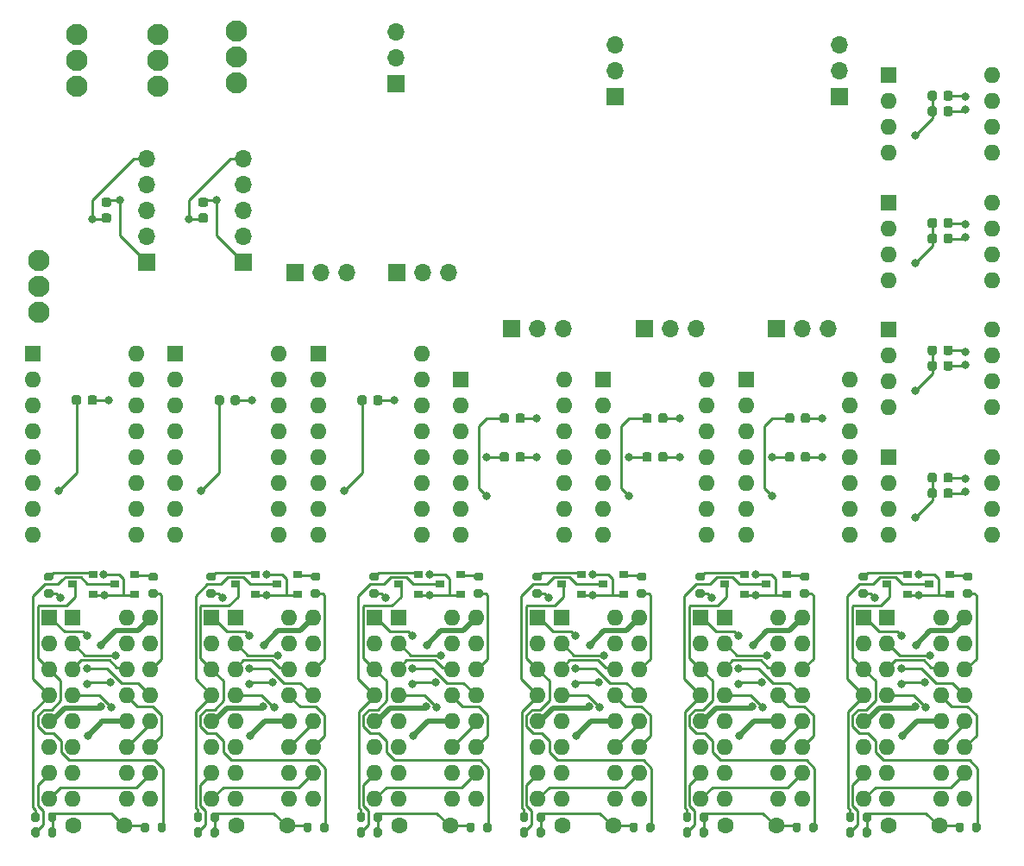
<source format=gbr>
%TF.GenerationSoftware,KiCad,Pcbnew,5.1.10-88a1d61d58~88~ubuntu18.04.1*%
%TF.CreationDate,2021-06-05T11:20:38+02:00*%
%TF.ProjectId,panel2,70616e65-6c32-42e6-9b69-6361645f7063,rev?*%
%TF.SameCoordinates,Original*%
%TF.FileFunction,Copper,L2,Bot*%
%TF.FilePolarity,Positive*%
%FSLAX46Y46*%
G04 Gerber Fmt 4.6, Leading zero omitted, Abs format (unit mm)*
G04 Created by KiCad (PCBNEW 5.1.10-88a1d61d58~88~ubuntu18.04.1) date 2021-06-05 11:20:38*
%MOMM*%
%LPD*%
G01*
G04 APERTURE LIST*
%TA.AperFunction,ComponentPad*%
%ADD10C,2.100000*%
%TD*%
%TA.AperFunction,ComponentPad*%
%ADD11O,1.700000X1.700000*%
%TD*%
%TA.AperFunction,ComponentPad*%
%ADD12R,1.700000X1.700000*%
%TD*%
%TA.AperFunction,ComponentPad*%
%ADD13O,1.600000X1.600000*%
%TD*%
%TA.AperFunction,ComponentPad*%
%ADD14R,1.600000X1.600000*%
%TD*%
%TA.AperFunction,ComponentPad*%
%ADD15C,1.600000*%
%TD*%
%TA.AperFunction,SMDPad,CuDef*%
%ADD16R,0.900000X0.800000*%
%TD*%
%TA.AperFunction,ViaPad*%
%ADD17C,0.800000*%
%TD*%
%TA.AperFunction,Conductor*%
%ADD18C,0.250000*%
%TD*%
%TA.AperFunction,Conductor*%
%ADD19C,0.500000*%
%TD*%
G04 APERTURE END LIST*
D10*
%TO.P,23,3*%
%TO.N,N/C*%
X101666000Y-68104000D03*
%TO.P,23,2*%
X101666000Y-65564000D03*
%TO.P,23,1*%
X101666000Y-63024000D03*
%TD*%
%TO.P,23,3*%
%TO.N,N/C*%
X105334000Y-40896000D03*
%TO.P,23,2*%
X105334000Y-43436000D03*
%TO.P,23,1*%
X105334000Y-45976000D03*
%TD*%
%TO.P,23,3*%
%TO.N,N/C*%
X113334000Y-40896000D03*
%TO.P,23,2*%
X113334000Y-43436000D03*
%TO.P,23,1*%
X113334000Y-45976000D03*
%TD*%
D11*
%TO.P,REF\u002A\u002A,5*%
%TO.N,N/C*%
X112200000Y-53040000D03*
%TO.P,REF\u002A\u002A,4*%
X112200000Y-55580000D03*
%TO.P,REF\u002A\u002A,3*%
X112200000Y-58120000D03*
%TO.P,REF\u002A\u002A,2*%
X112200000Y-60660000D03*
D12*
%TO.P,REF\u002A\u002A,1*%
X112200000Y-63200000D03*
%TD*%
%TO.P, ,2*%
%TO.N,N/C*%
%TA.AperFunction,SMDPad,CuDef*%
G36*
G01*
X108013000Y-58445000D02*
X108513000Y-58445000D01*
G75*
G02*
X108738000Y-58670000I0J-225000D01*
G01*
X108738000Y-59120000D01*
G75*
G02*
X108513000Y-59345000I-225000J0D01*
G01*
X108013000Y-59345000D01*
G75*
G02*
X107788000Y-59120000I0J225000D01*
G01*
X107788000Y-58670000D01*
G75*
G02*
X108013000Y-58445000I225000J0D01*
G01*
G37*
%TD.AperFunction*%
%TO.P, ,1*%
%TA.AperFunction,SMDPad,CuDef*%
G36*
G01*
X108013000Y-56895000D02*
X108513000Y-56895000D01*
G75*
G02*
X108738000Y-57120000I0J-225000D01*
G01*
X108738000Y-57570000D01*
G75*
G02*
X108513000Y-57795000I-225000J0D01*
G01*
X108013000Y-57795000D01*
G75*
G02*
X107788000Y-57570000I0J225000D01*
G01*
X107788000Y-57120000D01*
G75*
G02*
X108013000Y-56895000I225000J0D01*
G01*
G37*
%TD.AperFunction*%
%TD*%
D11*
%TO.P,REF\u002A\u002A,5*%
%TO.N,N/C*%
X121700000Y-53040000D03*
%TO.P,REF\u002A\u002A,4*%
X121700000Y-55580000D03*
%TO.P,REF\u002A\u002A,3*%
X121700000Y-58120000D03*
%TO.P,REF\u002A\u002A,2*%
X121700000Y-60660000D03*
D12*
%TO.P,REF\u002A\u002A,1*%
X121700000Y-63200000D03*
%TD*%
%TO.P, ,2*%
%TO.N,N/C*%
%TA.AperFunction,SMDPad,CuDef*%
G36*
G01*
X117513000Y-58445000D02*
X118013000Y-58445000D01*
G75*
G02*
X118238000Y-58670000I0J-225000D01*
G01*
X118238000Y-59120000D01*
G75*
G02*
X118013000Y-59345000I-225000J0D01*
G01*
X117513000Y-59345000D01*
G75*
G02*
X117288000Y-59120000I0J225000D01*
G01*
X117288000Y-58670000D01*
G75*
G02*
X117513000Y-58445000I225000J0D01*
G01*
G37*
%TD.AperFunction*%
%TO.P, ,1*%
%TA.AperFunction,SMDPad,CuDef*%
G36*
G01*
X117513000Y-56895000D02*
X118013000Y-56895000D01*
G75*
G02*
X118238000Y-57120000I0J-225000D01*
G01*
X118238000Y-57570000D01*
G75*
G02*
X118013000Y-57795000I-225000J0D01*
G01*
X117513000Y-57795000D01*
G75*
G02*
X117288000Y-57570000I0J225000D01*
G01*
X117288000Y-57120000D01*
G75*
G02*
X117513000Y-56895000I225000J0D01*
G01*
G37*
%TD.AperFunction*%
%TD*%
D11*
%TO.P,MAF,3*%
%TO.N,N/C*%
X136722000Y-40642000D03*
%TO.P,MAF,2*%
X136722000Y-43182000D03*
D12*
%TO.P,MAF,1*%
X136722000Y-45722000D03*
%TD*%
D11*
%TO.P,MAF,3*%
%TO.N,N/C*%
X131858000Y-64222000D03*
%TO.P,MAF,2*%
X129318000Y-64222000D03*
D12*
%TO.P,MAF,1*%
X126778000Y-64222000D03*
%TD*%
D11*
%TO.P,MAF,3*%
%TO.N,N/C*%
X141858000Y-64222000D03*
%TO.P,MAF,2*%
X139318000Y-64222000D03*
D12*
%TO.P,MAF,1*%
X136778000Y-64222000D03*
%TD*%
D11*
%TO.P,D2PAK,3*%
%TO.N,N/C*%
X158222000Y-41872000D03*
%TO.P,D2PAK,2*%
X158222000Y-44412000D03*
D12*
%TO.P,D2PAK,1*%
X158222000Y-46952000D03*
%TD*%
D11*
%TO.P,D2PAK,3*%
%TO.N,N/C*%
X180222000Y-41872000D03*
%TO.P,D2PAK,2*%
X180222000Y-44412000D03*
D12*
%TO.P,D2PAK,1*%
X180222000Y-46952000D03*
%TD*%
D11*
%TO.P,D2PAK,3*%
%TO.N,N/C*%
X153128000Y-69722000D03*
%TO.P,D2PAK,2*%
X150588000Y-69722000D03*
D12*
%TO.P,D2PAK,1*%
X148048000Y-69722000D03*
%TD*%
D11*
%TO.P,D2PAK,3*%
%TO.N,N/C*%
X166128000Y-69722000D03*
%TO.P,D2PAK,2*%
X163588000Y-69722000D03*
D12*
%TO.P,D2PAK,1*%
X161048000Y-69722000D03*
%TD*%
D11*
%TO.P,D2PAK,3*%
%TO.N,N/C*%
X179128000Y-69722000D03*
%TO.P,D2PAK,2*%
X176588000Y-69722000D03*
D12*
%TO.P,D2PAK,1*%
X174048000Y-69722000D03*
%TD*%
D13*
%TO.P,MAF,8*%
%TO.N,N/C*%
X195176000Y-44856000D03*
%TO.P,MAF,4*%
X185016000Y-52476000D03*
%TO.P,MAF,7*%
X195176000Y-47396000D03*
%TO.P,MAF,3*%
X185016000Y-49936000D03*
%TO.P,MAF,6*%
X195176000Y-49936000D03*
%TO.P,MAF,2*%
X185016000Y-47396000D03*
%TO.P,MAF,5*%
X195176000Y-52476000D03*
D14*
%TO.P,MAF,1*%
X185016000Y-44856000D03*
%TD*%
%TO.P,OPAMP,2*%
%TO.N,N/C*%
%TA.AperFunction,SMDPad,CuDef*%
G36*
G01*
X190421000Y-48662000D02*
X190421000Y-48162000D01*
G75*
G02*
X190646000Y-47937000I225000J0D01*
G01*
X191096000Y-47937000D01*
G75*
G02*
X191321000Y-48162000I0J-225000D01*
G01*
X191321000Y-48662000D01*
G75*
G02*
X191096000Y-48887000I-225000J0D01*
G01*
X190646000Y-48887000D01*
G75*
G02*
X190421000Y-48662000I0J225000D01*
G01*
G37*
%TD.AperFunction*%
%TO.P,OPAMP,1*%
%TA.AperFunction,SMDPad,CuDef*%
G36*
G01*
X188871000Y-48662000D02*
X188871000Y-48162000D01*
G75*
G02*
X189096000Y-47937000I225000J0D01*
G01*
X189546000Y-47937000D01*
G75*
G02*
X189771000Y-48162000I0J-225000D01*
G01*
X189771000Y-48662000D01*
G75*
G02*
X189546000Y-48887000I-225000J0D01*
G01*
X189096000Y-48887000D01*
G75*
G02*
X188871000Y-48662000I0J225000D01*
G01*
G37*
%TD.AperFunction*%
%TD*%
%TO.P,IC,2*%
%TO.N,N/C*%
%TA.AperFunction,SMDPad,CuDef*%
G36*
G01*
X190421000Y-47138000D02*
X190421000Y-46638000D01*
G75*
G02*
X190646000Y-46413000I225000J0D01*
G01*
X191096000Y-46413000D01*
G75*
G02*
X191321000Y-46638000I0J-225000D01*
G01*
X191321000Y-47138000D01*
G75*
G02*
X191096000Y-47363000I-225000J0D01*
G01*
X190646000Y-47363000D01*
G75*
G02*
X190421000Y-47138000I0J225000D01*
G01*
G37*
%TD.AperFunction*%
%TO.P,IC,1*%
%TA.AperFunction,SMDPad,CuDef*%
G36*
G01*
X188871000Y-47138000D02*
X188871000Y-46638000D01*
G75*
G02*
X189096000Y-46413000I225000J0D01*
G01*
X189546000Y-46413000D01*
G75*
G02*
X189771000Y-46638000I0J-225000D01*
G01*
X189771000Y-47138000D01*
G75*
G02*
X189546000Y-47363000I-225000J0D01*
G01*
X189096000Y-47363000D01*
G75*
G02*
X188871000Y-47138000I0J225000D01*
G01*
G37*
%TD.AperFunction*%
%TD*%
D13*
%TO.P,MAF,8*%
%TO.N,N/C*%
X195176000Y-57356000D03*
%TO.P,MAF,4*%
X185016000Y-64976000D03*
%TO.P,MAF,7*%
X195176000Y-59896000D03*
%TO.P,MAF,3*%
X185016000Y-62436000D03*
%TO.P,MAF,6*%
X195176000Y-62436000D03*
%TO.P,MAF,2*%
X185016000Y-59896000D03*
%TO.P,MAF,5*%
X195176000Y-64976000D03*
D14*
%TO.P,MAF,1*%
X185016000Y-57356000D03*
%TD*%
%TO.P,OPAMP,2*%
%TO.N,N/C*%
%TA.AperFunction,SMDPad,CuDef*%
G36*
G01*
X190421000Y-61162000D02*
X190421000Y-60662000D01*
G75*
G02*
X190646000Y-60437000I225000J0D01*
G01*
X191096000Y-60437000D01*
G75*
G02*
X191321000Y-60662000I0J-225000D01*
G01*
X191321000Y-61162000D01*
G75*
G02*
X191096000Y-61387000I-225000J0D01*
G01*
X190646000Y-61387000D01*
G75*
G02*
X190421000Y-61162000I0J225000D01*
G01*
G37*
%TD.AperFunction*%
%TO.P,OPAMP,1*%
%TA.AperFunction,SMDPad,CuDef*%
G36*
G01*
X188871000Y-61162000D02*
X188871000Y-60662000D01*
G75*
G02*
X189096000Y-60437000I225000J0D01*
G01*
X189546000Y-60437000D01*
G75*
G02*
X189771000Y-60662000I0J-225000D01*
G01*
X189771000Y-61162000D01*
G75*
G02*
X189546000Y-61387000I-225000J0D01*
G01*
X189096000Y-61387000D01*
G75*
G02*
X188871000Y-61162000I0J225000D01*
G01*
G37*
%TD.AperFunction*%
%TD*%
%TO.P,IC,2*%
%TO.N,N/C*%
%TA.AperFunction,SMDPad,CuDef*%
G36*
G01*
X190421000Y-59638000D02*
X190421000Y-59138000D01*
G75*
G02*
X190646000Y-58913000I225000J0D01*
G01*
X191096000Y-58913000D01*
G75*
G02*
X191321000Y-59138000I0J-225000D01*
G01*
X191321000Y-59638000D01*
G75*
G02*
X191096000Y-59863000I-225000J0D01*
G01*
X190646000Y-59863000D01*
G75*
G02*
X190421000Y-59638000I0J225000D01*
G01*
G37*
%TD.AperFunction*%
%TO.P,IC,1*%
%TA.AperFunction,SMDPad,CuDef*%
G36*
G01*
X188871000Y-59638000D02*
X188871000Y-59138000D01*
G75*
G02*
X189096000Y-58913000I225000J0D01*
G01*
X189546000Y-58913000D01*
G75*
G02*
X189771000Y-59138000I0J-225000D01*
G01*
X189771000Y-59638000D01*
G75*
G02*
X189546000Y-59863000I-225000J0D01*
G01*
X189096000Y-59863000D01*
G75*
G02*
X188871000Y-59638000I0J225000D01*
G01*
G37*
%TD.AperFunction*%
%TD*%
D13*
%TO.P,MAF,8*%
%TO.N,N/C*%
X195176000Y-69856000D03*
%TO.P,MAF,4*%
X185016000Y-77476000D03*
%TO.P,MAF,7*%
X195176000Y-72396000D03*
%TO.P,MAF,3*%
X185016000Y-74936000D03*
%TO.P,MAF,6*%
X195176000Y-74936000D03*
%TO.P,MAF,2*%
X185016000Y-72396000D03*
%TO.P,MAF,5*%
X195176000Y-77476000D03*
D14*
%TO.P,MAF,1*%
X185016000Y-69856000D03*
%TD*%
%TO.P,OPAMP,2*%
%TO.N,N/C*%
%TA.AperFunction,SMDPad,CuDef*%
G36*
G01*
X190421000Y-73662000D02*
X190421000Y-73162000D01*
G75*
G02*
X190646000Y-72937000I225000J0D01*
G01*
X191096000Y-72937000D01*
G75*
G02*
X191321000Y-73162000I0J-225000D01*
G01*
X191321000Y-73662000D01*
G75*
G02*
X191096000Y-73887000I-225000J0D01*
G01*
X190646000Y-73887000D01*
G75*
G02*
X190421000Y-73662000I0J225000D01*
G01*
G37*
%TD.AperFunction*%
%TO.P,OPAMP,1*%
%TA.AperFunction,SMDPad,CuDef*%
G36*
G01*
X188871000Y-73662000D02*
X188871000Y-73162000D01*
G75*
G02*
X189096000Y-72937000I225000J0D01*
G01*
X189546000Y-72937000D01*
G75*
G02*
X189771000Y-73162000I0J-225000D01*
G01*
X189771000Y-73662000D01*
G75*
G02*
X189546000Y-73887000I-225000J0D01*
G01*
X189096000Y-73887000D01*
G75*
G02*
X188871000Y-73662000I0J225000D01*
G01*
G37*
%TD.AperFunction*%
%TD*%
%TO.P,IC,2*%
%TO.N,N/C*%
%TA.AperFunction,SMDPad,CuDef*%
G36*
G01*
X190421000Y-72138000D02*
X190421000Y-71638000D01*
G75*
G02*
X190646000Y-71413000I225000J0D01*
G01*
X191096000Y-71413000D01*
G75*
G02*
X191321000Y-71638000I0J-225000D01*
G01*
X191321000Y-72138000D01*
G75*
G02*
X191096000Y-72363000I-225000J0D01*
G01*
X190646000Y-72363000D01*
G75*
G02*
X190421000Y-72138000I0J225000D01*
G01*
G37*
%TD.AperFunction*%
%TO.P,IC,1*%
%TA.AperFunction,SMDPad,CuDef*%
G36*
G01*
X188871000Y-72138000D02*
X188871000Y-71638000D01*
G75*
G02*
X189096000Y-71413000I225000J0D01*
G01*
X189546000Y-71413000D01*
G75*
G02*
X189771000Y-71638000I0J-225000D01*
G01*
X189771000Y-72138000D01*
G75*
G02*
X189546000Y-72363000I-225000J0D01*
G01*
X189096000Y-72363000D01*
G75*
G02*
X188871000Y-72138000I0J225000D01*
G01*
G37*
%TD.AperFunction*%
%TD*%
D13*
%TO.P,MAF,8*%
%TO.N,N/C*%
X195176000Y-82356000D03*
%TO.P,MAF,4*%
X185016000Y-89976000D03*
%TO.P,MAF,7*%
X195176000Y-84896000D03*
%TO.P,MAF,3*%
X185016000Y-87436000D03*
%TO.P,MAF,6*%
X195176000Y-87436000D03*
%TO.P,MAF,2*%
X185016000Y-84896000D03*
%TO.P,MAF,5*%
X195176000Y-89976000D03*
D14*
%TO.P,MAF,1*%
X185016000Y-82356000D03*
%TD*%
%TO.P,OPAMP,2*%
%TO.N,N/C*%
%TA.AperFunction,SMDPad,CuDef*%
G36*
G01*
X190421000Y-86162000D02*
X190421000Y-85662000D01*
G75*
G02*
X190646000Y-85437000I225000J0D01*
G01*
X191096000Y-85437000D01*
G75*
G02*
X191321000Y-85662000I0J-225000D01*
G01*
X191321000Y-86162000D01*
G75*
G02*
X191096000Y-86387000I-225000J0D01*
G01*
X190646000Y-86387000D01*
G75*
G02*
X190421000Y-86162000I0J225000D01*
G01*
G37*
%TD.AperFunction*%
%TO.P,OPAMP,1*%
%TA.AperFunction,SMDPad,CuDef*%
G36*
G01*
X188871000Y-86162000D02*
X188871000Y-85662000D01*
G75*
G02*
X189096000Y-85437000I225000J0D01*
G01*
X189546000Y-85437000D01*
G75*
G02*
X189771000Y-85662000I0J-225000D01*
G01*
X189771000Y-86162000D01*
G75*
G02*
X189546000Y-86387000I-225000J0D01*
G01*
X189096000Y-86387000D01*
G75*
G02*
X188871000Y-86162000I0J225000D01*
G01*
G37*
%TD.AperFunction*%
%TD*%
%TO.P,IC,2*%
%TO.N,N/C*%
%TA.AperFunction,SMDPad,CuDef*%
G36*
G01*
X190421000Y-84638000D02*
X190421000Y-84138000D01*
G75*
G02*
X190646000Y-83913000I225000J0D01*
G01*
X191096000Y-83913000D01*
G75*
G02*
X191321000Y-84138000I0J-225000D01*
G01*
X191321000Y-84638000D01*
G75*
G02*
X191096000Y-84863000I-225000J0D01*
G01*
X190646000Y-84863000D01*
G75*
G02*
X190421000Y-84638000I0J225000D01*
G01*
G37*
%TD.AperFunction*%
%TO.P,IC,1*%
%TA.AperFunction,SMDPad,CuDef*%
G36*
G01*
X188871000Y-84638000D02*
X188871000Y-84138000D01*
G75*
G02*
X189096000Y-83913000I225000J0D01*
G01*
X189546000Y-83913000D01*
G75*
G02*
X189771000Y-84138000I0J-225000D01*
G01*
X189771000Y-84638000D01*
G75*
G02*
X189546000Y-84863000I-225000J0D01*
G01*
X189096000Y-84863000D01*
G75*
G02*
X188871000Y-84638000I0J225000D01*
G01*
G37*
%TD.AperFunction*%
%TD*%
%TO.P,REF\u002A\u002A,2*%
%TO.N,N/C*%
%TA.AperFunction,SMDPad,CuDef*%
G36*
G01*
X176421000Y-82606000D02*
X176421000Y-82106000D01*
G75*
G02*
X176646000Y-81881000I225000J0D01*
G01*
X177096000Y-81881000D01*
G75*
G02*
X177321000Y-82106000I0J-225000D01*
G01*
X177321000Y-82606000D01*
G75*
G02*
X177096000Y-82831000I-225000J0D01*
G01*
X176646000Y-82831000D01*
G75*
G02*
X176421000Y-82606000I0J225000D01*
G01*
G37*
%TD.AperFunction*%
%TO.P,REF\u002A\u002A,1*%
%TA.AperFunction,SMDPad,CuDef*%
G36*
G01*
X174871000Y-82606000D02*
X174871000Y-82106000D01*
G75*
G02*
X175096000Y-81881000I225000J0D01*
G01*
X175546000Y-81881000D01*
G75*
G02*
X175771000Y-82106000I0J-225000D01*
G01*
X175771000Y-82606000D01*
G75*
G02*
X175546000Y-82831000I-225000J0D01*
G01*
X175096000Y-82831000D01*
G75*
G02*
X174871000Y-82606000I0J225000D01*
G01*
G37*
%TD.AperFunction*%
%TD*%
D13*
%TO.P,MAF,14*%
%TO.N,N/C*%
X181176000Y-74736000D03*
%TO.P,MAF,7*%
X171016000Y-89976000D03*
%TO.P,MAF,13*%
X181176000Y-77276000D03*
%TO.P,MAF,6*%
X171016000Y-87436000D03*
%TO.P,MAF,12*%
X181176000Y-79816000D03*
%TO.P,MAF,5*%
X171016000Y-84896000D03*
%TO.P,MAF,11*%
X181176000Y-82356000D03*
%TO.P,MAF,4*%
X171016000Y-82356000D03*
%TO.P,MAF,10*%
X181176000Y-84896000D03*
%TO.P,MAF,3*%
X171016000Y-79816000D03*
%TO.P,MAF,9*%
X181176000Y-87436000D03*
%TO.P,MAF,2*%
X171016000Y-77276000D03*
%TO.P,MAF,8*%
X181176000Y-89976000D03*
D14*
%TO.P,MAF,1*%
X171016000Y-74736000D03*
%TD*%
%TO.P,REF\u002A\u002A,2*%
%TO.N,N/C*%
%TA.AperFunction,SMDPad,CuDef*%
G36*
G01*
X176421000Y-78796000D02*
X176421000Y-78296000D01*
G75*
G02*
X176646000Y-78071000I225000J0D01*
G01*
X177096000Y-78071000D01*
G75*
G02*
X177321000Y-78296000I0J-225000D01*
G01*
X177321000Y-78796000D01*
G75*
G02*
X177096000Y-79021000I-225000J0D01*
G01*
X176646000Y-79021000D01*
G75*
G02*
X176421000Y-78796000I0J225000D01*
G01*
G37*
%TD.AperFunction*%
%TO.P,REF\u002A\u002A,1*%
%TA.AperFunction,SMDPad,CuDef*%
G36*
G01*
X174871000Y-78796000D02*
X174871000Y-78296000D01*
G75*
G02*
X175096000Y-78071000I225000J0D01*
G01*
X175546000Y-78071000D01*
G75*
G02*
X175771000Y-78296000I0J-225000D01*
G01*
X175771000Y-78796000D01*
G75*
G02*
X175546000Y-79021000I-225000J0D01*
G01*
X175096000Y-79021000D01*
G75*
G02*
X174871000Y-78796000I0J225000D01*
G01*
G37*
%TD.AperFunction*%
%TD*%
%TO.P,REF\u002A\u002A,2*%
%TO.N,N/C*%
%TA.AperFunction,SMDPad,CuDef*%
G36*
G01*
X162421000Y-82606000D02*
X162421000Y-82106000D01*
G75*
G02*
X162646000Y-81881000I225000J0D01*
G01*
X163096000Y-81881000D01*
G75*
G02*
X163321000Y-82106000I0J-225000D01*
G01*
X163321000Y-82606000D01*
G75*
G02*
X163096000Y-82831000I-225000J0D01*
G01*
X162646000Y-82831000D01*
G75*
G02*
X162421000Y-82606000I0J225000D01*
G01*
G37*
%TD.AperFunction*%
%TO.P,REF\u002A\u002A,1*%
%TA.AperFunction,SMDPad,CuDef*%
G36*
G01*
X160871000Y-82606000D02*
X160871000Y-82106000D01*
G75*
G02*
X161096000Y-81881000I225000J0D01*
G01*
X161546000Y-81881000D01*
G75*
G02*
X161771000Y-82106000I0J-225000D01*
G01*
X161771000Y-82606000D01*
G75*
G02*
X161546000Y-82831000I-225000J0D01*
G01*
X161096000Y-82831000D01*
G75*
G02*
X160871000Y-82606000I0J225000D01*
G01*
G37*
%TD.AperFunction*%
%TD*%
D13*
%TO.P,MAF,14*%
%TO.N,N/C*%
X167176000Y-74736000D03*
%TO.P,MAF,7*%
X157016000Y-89976000D03*
%TO.P,MAF,13*%
X167176000Y-77276000D03*
%TO.P,MAF,6*%
X157016000Y-87436000D03*
%TO.P,MAF,12*%
X167176000Y-79816000D03*
%TO.P,MAF,5*%
X157016000Y-84896000D03*
%TO.P,MAF,11*%
X167176000Y-82356000D03*
%TO.P,MAF,4*%
X157016000Y-82356000D03*
%TO.P,MAF,10*%
X167176000Y-84896000D03*
%TO.P,MAF,3*%
X157016000Y-79816000D03*
%TO.P,MAF,9*%
X167176000Y-87436000D03*
%TO.P,MAF,2*%
X157016000Y-77276000D03*
%TO.P,MAF,8*%
X167176000Y-89976000D03*
D14*
%TO.P,MAF,1*%
X157016000Y-74736000D03*
%TD*%
%TO.P,REF\u002A\u002A,2*%
%TO.N,N/C*%
%TA.AperFunction,SMDPad,CuDef*%
G36*
G01*
X162421000Y-78796000D02*
X162421000Y-78296000D01*
G75*
G02*
X162646000Y-78071000I225000J0D01*
G01*
X163096000Y-78071000D01*
G75*
G02*
X163321000Y-78296000I0J-225000D01*
G01*
X163321000Y-78796000D01*
G75*
G02*
X163096000Y-79021000I-225000J0D01*
G01*
X162646000Y-79021000D01*
G75*
G02*
X162421000Y-78796000I0J225000D01*
G01*
G37*
%TD.AperFunction*%
%TO.P,REF\u002A\u002A,1*%
%TA.AperFunction,SMDPad,CuDef*%
G36*
G01*
X160871000Y-78796000D02*
X160871000Y-78296000D01*
G75*
G02*
X161096000Y-78071000I225000J0D01*
G01*
X161546000Y-78071000D01*
G75*
G02*
X161771000Y-78296000I0J-225000D01*
G01*
X161771000Y-78796000D01*
G75*
G02*
X161546000Y-79021000I-225000J0D01*
G01*
X161096000Y-79021000D01*
G75*
G02*
X160871000Y-78796000I0J225000D01*
G01*
G37*
%TD.AperFunction*%
%TD*%
%TO.P,REF\u002A\u002A,2*%
%TO.N,N/C*%
%TA.AperFunction,SMDPad,CuDef*%
G36*
G01*
X148421000Y-82606000D02*
X148421000Y-82106000D01*
G75*
G02*
X148646000Y-81881000I225000J0D01*
G01*
X149096000Y-81881000D01*
G75*
G02*
X149321000Y-82106000I0J-225000D01*
G01*
X149321000Y-82606000D01*
G75*
G02*
X149096000Y-82831000I-225000J0D01*
G01*
X148646000Y-82831000D01*
G75*
G02*
X148421000Y-82606000I0J225000D01*
G01*
G37*
%TD.AperFunction*%
%TO.P,REF\u002A\u002A,1*%
%TA.AperFunction,SMDPad,CuDef*%
G36*
G01*
X146871000Y-82606000D02*
X146871000Y-82106000D01*
G75*
G02*
X147096000Y-81881000I225000J0D01*
G01*
X147546000Y-81881000D01*
G75*
G02*
X147771000Y-82106000I0J-225000D01*
G01*
X147771000Y-82606000D01*
G75*
G02*
X147546000Y-82831000I-225000J0D01*
G01*
X147096000Y-82831000D01*
G75*
G02*
X146871000Y-82606000I0J225000D01*
G01*
G37*
%TD.AperFunction*%
%TD*%
D13*
%TO.P,MAF,14*%
%TO.N,N/C*%
X153176000Y-74736000D03*
%TO.P,MAF,7*%
X143016000Y-89976000D03*
%TO.P,MAF,13*%
X153176000Y-77276000D03*
%TO.P,MAF,6*%
X143016000Y-87436000D03*
%TO.P,MAF,12*%
X153176000Y-79816000D03*
%TO.P,MAF,5*%
X143016000Y-84896000D03*
%TO.P,MAF,11*%
X153176000Y-82356000D03*
%TO.P,MAF,4*%
X143016000Y-82356000D03*
%TO.P,MAF,10*%
X153176000Y-84896000D03*
%TO.P,MAF,3*%
X143016000Y-79816000D03*
%TO.P,MAF,9*%
X153176000Y-87436000D03*
%TO.P,MAF,2*%
X143016000Y-77276000D03*
%TO.P,MAF,8*%
X153176000Y-89976000D03*
D14*
%TO.P,MAF,1*%
X143016000Y-74736000D03*
%TD*%
%TO.P,REF\u002A\u002A,2*%
%TO.N,N/C*%
%TA.AperFunction,SMDPad,CuDef*%
G36*
G01*
X148421000Y-78796000D02*
X148421000Y-78296000D01*
G75*
G02*
X148646000Y-78071000I225000J0D01*
G01*
X149096000Y-78071000D01*
G75*
G02*
X149321000Y-78296000I0J-225000D01*
G01*
X149321000Y-78796000D01*
G75*
G02*
X149096000Y-79021000I-225000J0D01*
G01*
X148646000Y-79021000D01*
G75*
G02*
X148421000Y-78796000I0J225000D01*
G01*
G37*
%TD.AperFunction*%
%TO.P,REF\u002A\u002A,1*%
%TA.AperFunction,SMDPad,CuDef*%
G36*
G01*
X146871000Y-78796000D02*
X146871000Y-78296000D01*
G75*
G02*
X147096000Y-78071000I225000J0D01*
G01*
X147546000Y-78071000D01*
G75*
G02*
X147771000Y-78296000I0J-225000D01*
G01*
X147771000Y-78796000D01*
G75*
G02*
X147546000Y-79021000I-225000J0D01*
G01*
X147096000Y-79021000D01*
G75*
G02*
X146871000Y-78796000I0J225000D01*
G01*
G37*
%TD.AperFunction*%
%TD*%
%TO.P,MAF,1*%
%TO.N,N/C*%
X129050000Y-72200000D03*
D13*
%TO.P,MAF,9*%
X139210000Y-89980000D03*
%TO.P,MAF,2*%
X129050000Y-74740000D03*
%TO.P,MAF,10*%
X139210000Y-87440000D03*
%TO.P,MAF,3*%
X129050000Y-77280000D03*
%TO.P,MAF,11*%
X139210000Y-84900000D03*
%TO.P,MAF,4*%
X129050000Y-79820000D03*
%TO.P,MAF,12*%
X139210000Y-82360000D03*
%TO.P,MAF,5*%
X129050000Y-82360000D03*
%TO.P,MAF,13*%
X139210000Y-79820000D03*
%TO.P,MAF,6*%
X129050000Y-84900000D03*
%TO.P,MAF,14*%
X139210000Y-77280000D03*
%TO.P,MAF,7*%
X129050000Y-87440000D03*
%TO.P,MAF,15*%
X139210000Y-74740000D03*
%TO.P,MAF,8*%
X129050000Y-89980000D03*
%TO.P,MAF,16*%
X139210000Y-72200000D03*
%TD*%
%TO.P,IC,1*%
%TO.N,N/C*%
%TA.AperFunction,SMDPad,CuDef*%
G36*
G01*
X132905000Y-77022000D02*
X132905000Y-76522000D01*
G75*
G02*
X133130000Y-76297000I225000J0D01*
G01*
X133580000Y-76297000D01*
G75*
G02*
X133805000Y-76522000I0J-225000D01*
G01*
X133805000Y-77022000D01*
G75*
G02*
X133580000Y-77247000I-225000J0D01*
G01*
X133130000Y-77247000D01*
G75*
G02*
X132905000Y-77022000I0J225000D01*
G01*
G37*
%TD.AperFunction*%
%TO.P,IC,2*%
%TA.AperFunction,SMDPad,CuDef*%
G36*
G01*
X134455000Y-77022000D02*
X134455000Y-76522000D01*
G75*
G02*
X134680000Y-76297000I225000J0D01*
G01*
X135130000Y-76297000D01*
G75*
G02*
X135355000Y-76522000I0J-225000D01*
G01*
X135355000Y-77022000D01*
G75*
G02*
X135130000Y-77247000I-225000J0D01*
G01*
X134680000Y-77247000D01*
G75*
G02*
X134455000Y-77022000I0J225000D01*
G01*
G37*
%TD.AperFunction*%
%TD*%
D14*
%TO.P,MAF,1*%
%TO.N,N/C*%
X115050000Y-72200000D03*
D13*
%TO.P,MAF,9*%
X125210000Y-89980000D03*
%TO.P,MAF,2*%
X115050000Y-74740000D03*
%TO.P,MAF,10*%
X125210000Y-87440000D03*
%TO.P,MAF,3*%
X115050000Y-77280000D03*
%TO.P,MAF,11*%
X125210000Y-84900000D03*
%TO.P,MAF,4*%
X115050000Y-79820000D03*
%TO.P,MAF,12*%
X125210000Y-82360000D03*
%TO.P,MAF,5*%
X115050000Y-82360000D03*
%TO.P,MAF,13*%
X125210000Y-79820000D03*
%TO.P,MAF,6*%
X115050000Y-84900000D03*
%TO.P,MAF,14*%
X125210000Y-77280000D03*
%TO.P,MAF,7*%
X115050000Y-87440000D03*
%TO.P,MAF,15*%
X125210000Y-74740000D03*
%TO.P,MAF,8*%
X115050000Y-89980000D03*
%TO.P,MAF,16*%
X125210000Y-72200000D03*
%TD*%
%TO.P,IC,1*%
%TO.N,N/C*%
%TA.AperFunction,SMDPad,CuDef*%
G36*
G01*
X118905000Y-77022000D02*
X118905000Y-76522000D01*
G75*
G02*
X119130000Y-76297000I225000J0D01*
G01*
X119580000Y-76297000D01*
G75*
G02*
X119805000Y-76522000I0J-225000D01*
G01*
X119805000Y-77022000D01*
G75*
G02*
X119580000Y-77247000I-225000J0D01*
G01*
X119130000Y-77247000D01*
G75*
G02*
X118905000Y-77022000I0J225000D01*
G01*
G37*
%TD.AperFunction*%
%TO.P,IC,2*%
%TA.AperFunction,SMDPad,CuDef*%
G36*
G01*
X120455000Y-77022000D02*
X120455000Y-76522000D01*
G75*
G02*
X120680000Y-76297000I225000J0D01*
G01*
X121130000Y-76297000D01*
G75*
G02*
X121355000Y-76522000I0J-225000D01*
G01*
X121355000Y-77022000D01*
G75*
G02*
X121130000Y-77247000I-225000J0D01*
G01*
X120680000Y-77247000D01*
G75*
G02*
X120455000Y-77022000I0J225000D01*
G01*
G37*
%TD.AperFunction*%
%TD*%
%TO.P,MAF,16*%
%TO.N,N/C*%
X111176000Y-72196000D03*
%TO.P,MAF,8*%
X101016000Y-89976000D03*
%TO.P,MAF,15*%
X111176000Y-74736000D03*
%TO.P,MAF,7*%
X101016000Y-87436000D03*
%TO.P,MAF,14*%
X111176000Y-77276000D03*
%TO.P,MAF,6*%
X101016000Y-84896000D03*
%TO.P,MAF,13*%
X111176000Y-79816000D03*
%TO.P,MAF,5*%
X101016000Y-82356000D03*
%TO.P,MAF,12*%
X111176000Y-82356000D03*
%TO.P,MAF,4*%
X101016000Y-79816000D03*
%TO.P,MAF,11*%
X111176000Y-84896000D03*
%TO.P,MAF,3*%
X101016000Y-77276000D03*
%TO.P,MAF,10*%
X111176000Y-87436000D03*
%TO.P,MAF,2*%
X101016000Y-74736000D03*
%TO.P,MAF,9*%
X111176000Y-89976000D03*
D14*
%TO.P,MAF,1*%
X101016000Y-72196000D03*
%TD*%
%TO.P,IC,2*%
%TO.N,N/C*%
%TA.AperFunction,SMDPad,CuDef*%
G36*
G01*
X106421000Y-77018000D02*
X106421000Y-76518000D01*
G75*
G02*
X106646000Y-76293000I225000J0D01*
G01*
X107096000Y-76293000D01*
G75*
G02*
X107321000Y-76518000I0J-225000D01*
G01*
X107321000Y-77018000D01*
G75*
G02*
X107096000Y-77243000I-225000J0D01*
G01*
X106646000Y-77243000D01*
G75*
G02*
X106421000Y-77018000I0J225000D01*
G01*
G37*
%TD.AperFunction*%
%TO.P,IC,1*%
%TA.AperFunction,SMDPad,CuDef*%
G36*
G01*
X104871000Y-77018000D02*
X104871000Y-76518000D01*
G75*
G02*
X105096000Y-76293000I225000J0D01*
G01*
X105546000Y-76293000D01*
G75*
G02*
X105771000Y-76518000I0J-225000D01*
G01*
X105771000Y-77018000D01*
G75*
G02*
X105546000Y-77243000I-225000J0D01*
G01*
X105096000Y-77243000D01*
G75*
G02*
X104871000Y-77018000I0J225000D01*
G01*
G37*
%TD.AperFunction*%
%TD*%
D10*
%TO.P,23,1*%
%TO.N,N/C*%
X121010000Y-45656000D03*
%TO.P,23,2*%
X121010000Y-43116000D03*
%TO.P,23,3*%
X121010000Y-40576000D03*
%TD*%
%TO.P,R107,2*%
%TO.N,N/C*%
%TA.AperFunction,SMDPad,CuDef*%
G36*
G01*
X192400000Y-118425000D02*
X192400000Y-118975000D01*
G75*
G02*
X192200000Y-119175000I-200000J0D01*
G01*
X191800000Y-119175000D01*
G75*
G02*
X191600000Y-118975000I0J200000D01*
G01*
X191600000Y-118425000D01*
G75*
G02*
X191800000Y-118225000I200000J0D01*
G01*
X192200000Y-118225000D01*
G75*
G02*
X192400000Y-118425000I0J-200000D01*
G01*
G37*
%TD.AperFunction*%
%TO.P,R107,1*%
%TA.AperFunction,SMDPad,CuDef*%
G36*
G01*
X194050000Y-118425000D02*
X194050000Y-118975000D01*
G75*
G02*
X193850000Y-119175000I-200000J0D01*
G01*
X193450000Y-119175000D01*
G75*
G02*
X193250000Y-118975000I0J200000D01*
G01*
X193250000Y-118425000D01*
G75*
G02*
X193450000Y-118225000I200000J0D01*
G01*
X193850000Y-118225000D01*
G75*
G02*
X194050000Y-118425000I0J-200000D01*
G01*
G37*
%TD.AperFunction*%
%TD*%
%TO.P,R102,2*%
%TO.N,N/C*%
%TA.AperFunction,SMDPad,CuDef*%
G36*
G01*
X193075000Y-94500000D02*
X192525000Y-94500000D01*
G75*
G02*
X192325000Y-94300000I0J200000D01*
G01*
X192325000Y-93900000D01*
G75*
G02*
X192525000Y-93700000I200000J0D01*
G01*
X193075000Y-93700000D01*
G75*
G02*
X193275000Y-93900000I0J-200000D01*
G01*
X193275000Y-94300000D01*
G75*
G02*
X193075000Y-94500000I-200000J0D01*
G01*
G37*
%TD.AperFunction*%
%TO.P,R102,1*%
%TA.AperFunction,SMDPad,CuDef*%
G36*
G01*
X193075000Y-96150000D02*
X192525000Y-96150000D01*
G75*
G02*
X192325000Y-95950000I0J200000D01*
G01*
X192325000Y-95550000D01*
G75*
G02*
X192525000Y-95350000I200000J0D01*
G01*
X193075000Y-95350000D01*
G75*
G02*
X193275000Y-95550000I0J-200000D01*
G01*
X193275000Y-95950000D01*
G75*
G02*
X193075000Y-96150000I-200000J0D01*
G01*
G37*
%TD.AperFunction*%
%TD*%
D13*
%TO.P,U102,16*%
%TO.N,N/C*%
X192520000Y-98100000D03*
%TO.P,U102,8*%
X184900000Y-115880000D03*
%TO.P,U102,15*%
X192520000Y-100640000D03*
%TO.P,U102,7*%
X184900000Y-113340000D03*
%TO.P,U102,14*%
X192520000Y-103180000D03*
%TO.P,U102,6*%
X184900000Y-110800000D03*
%TO.P,U102,13*%
X192520000Y-105720000D03*
%TO.P,U102,5*%
X184900000Y-108260000D03*
%TO.P,U102,12*%
X192520000Y-108260000D03*
%TO.P,U102,4*%
X184900000Y-105720000D03*
%TO.P,U102,11*%
X192520000Y-110800000D03*
%TO.P,U102,3*%
X184900000Y-103180000D03*
%TO.P,U102,10*%
X192520000Y-113340000D03*
%TO.P,U102,2*%
X184900000Y-100640000D03*
%TO.P,U102,9*%
X192520000Y-115880000D03*
D14*
%TO.P,U102,1*%
X184900000Y-98100000D03*
%TD*%
%TO.P,R108,2*%
%TO.N,N/C*%
%TA.AperFunction,SMDPad,CuDef*%
G36*
G01*
X182825000Y-94500000D02*
X182275000Y-94500000D01*
G75*
G02*
X182075000Y-94300000I0J200000D01*
G01*
X182075000Y-93900000D01*
G75*
G02*
X182275000Y-93700000I200000J0D01*
G01*
X182825000Y-93700000D01*
G75*
G02*
X183025000Y-93900000I0J-200000D01*
G01*
X183025000Y-94300000D01*
G75*
G02*
X182825000Y-94500000I-200000J0D01*
G01*
G37*
%TD.AperFunction*%
%TO.P,R108,1*%
%TA.AperFunction,SMDPad,CuDef*%
G36*
G01*
X182825000Y-96150000D02*
X182275000Y-96150000D01*
G75*
G02*
X182075000Y-95950000I0J200000D01*
G01*
X182075000Y-95550000D01*
G75*
G02*
X182275000Y-95350000I200000J0D01*
G01*
X182825000Y-95350000D01*
G75*
G02*
X183025000Y-95550000I0J-200000D01*
G01*
X183025000Y-95950000D01*
G75*
G02*
X182825000Y-96150000I-200000J0D01*
G01*
G37*
%TD.AperFunction*%
%TD*%
D13*
%TO.P,U101,16*%
%TO.N,N/C*%
X190220000Y-98100000D03*
%TO.P,U101,8*%
X182600000Y-115880000D03*
%TO.P,U101,15*%
X190220000Y-100640000D03*
%TO.P,U101,7*%
X182600000Y-113340000D03*
%TO.P,U101,14*%
X190220000Y-103180000D03*
%TO.P,U101,6*%
X182600000Y-110800000D03*
%TO.P,U101,13*%
X190220000Y-105720000D03*
%TO.P,U101,5*%
X182600000Y-108260000D03*
%TO.P,U101,12*%
X190220000Y-108260000D03*
%TO.P,U101,4*%
X182600000Y-105720000D03*
%TO.P,U101,11*%
X190220000Y-110800000D03*
%TO.P,U101,3*%
X182600000Y-103180000D03*
%TO.P,U101,10*%
X190220000Y-113340000D03*
%TO.P,U101,2*%
X182600000Y-100640000D03*
%TO.P,U101,9*%
X190220000Y-115880000D03*
D14*
%TO.P,U101,1*%
X182600000Y-98100000D03*
%TD*%
%TO.P,R101,1*%
%TO.N,N/C*%
%TA.AperFunction,SMDPad,CuDef*%
G36*
G01*
X180850000Y-117975000D02*
X180850000Y-117425000D01*
G75*
G02*
X181050000Y-117225000I200000J0D01*
G01*
X181450000Y-117225000D01*
G75*
G02*
X181650000Y-117425000I0J-200000D01*
G01*
X181650000Y-117975000D01*
G75*
G02*
X181450000Y-118175000I-200000J0D01*
G01*
X181050000Y-118175000D01*
G75*
G02*
X180850000Y-117975000I0J200000D01*
G01*
G37*
%TD.AperFunction*%
%TO.P,R101,2*%
%TA.AperFunction,SMDPad,CuDef*%
G36*
G01*
X182500000Y-117975000D02*
X182500000Y-117425000D01*
G75*
G02*
X182700000Y-117225000I200000J0D01*
G01*
X183100000Y-117225000D01*
G75*
G02*
X183300000Y-117425000I0J-200000D01*
G01*
X183300000Y-117975000D01*
G75*
G02*
X183100000Y-118175000I-200000J0D01*
G01*
X182700000Y-118175000D01*
G75*
G02*
X182500000Y-117975000I0J200000D01*
G01*
G37*
%TD.AperFunction*%
%TD*%
D15*
%TO.P,C101,2*%
%TO.N,N/C*%
X185000000Y-118500000D03*
%TO.P,C101,1*%
X190000000Y-118500000D03*
%TD*%
%TO.P,R103,2*%
%TO.N,N/C*%
%TA.AperFunction,SMDPad,CuDef*%
G36*
G01*
X182500000Y-119475000D02*
X182500000Y-118925000D01*
G75*
G02*
X182700000Y-118725000I200000J0D01*
G01*
X183100000Y-118725000D01*
G75*
G02*
X183300000Y-118925000I0J-200000D01*
G01*
X183300000Y-119475000D01*
G75*
G02*
X183100000Y-119675000I-200000J0D01*
G01*
X182700000Y-119675000D01*
G75*
G02*
X182500000Y-119475000I0J200000D01*
G01*
G37*
%TD.AperFunction*%
%TO.P,R103,1*%
%TA.AperFunction,SMDPad,CuDef*%
G36*
G01*
X180850000Y-119475000D02*
X180850000Y-118925000D01*
G75*
G02*
X181050000Y-118725000I200000J0D01*
G01*
X181450000Y-118725000D01*
G75*
G02*
X181650000Y-118925000I0J-200000D01*
G01*
X181650000Y-119475000D01*
G75*
G02*
X181450000Y-119675000I-200000J0D01*
G01*
X181050000Y-119675000D01*
G75*
G02*
X180850000Y-119475000I0J200000D01*
G01*
G37*
%TD.AperFunction*%
%TD*%
D16*
%TO.P,Q101,3*%
%TO.N,N/C*%
X189000000Y-94850000D03*
%TO.P,Q101,2*%
X191000000Y-95800000D03*
%TO.P,Q101,1*%
X191000000Y-93900000D03*
%TD*%
%TO.P,Q104,3*%
%TO.N,N/C*%
X184900000Y-94850000D03*
%TO.P,Q104,2*%
X186900000Y-95800000D03*
%TO.P,Q104,1*%
X186900000Y-93900000D03*
%TD*%
%TO.P,R107,2*%
%TO.N,N/C*%
%TA.AperFunction,SMDPad,CuDef*%
G36*
G01*
X176400000Y-118425000D02*
X176400000Y-118975000D01*
G75*
G02*
X176200000Y-119175000I-200000J0D01*
G01*
X175800000Y-119175000D01*
G75*
G02*
X175600000Y-118975000I0J200000D01*
G01*
X175600000Y-118425000D01*
G75*
G02*
X175800000Y-118225000I200000J0D01*
G01*
X176200000Y-118225000D01*
G75*
G02*
X176400000Y-118425000I0J-200000D01*
G01*
G37*
%TD.AperFunction*%
%TO.P,R107,1*%
%TA.AperFunction,SMDPad,CuDef*%
G36*
G01*
X178050000Y-118425000D02*
X178050000Y-118975000D01*
G75*
G02*
X177850000Y-119175000I-200000J0D01*
G01*
X177450000Y-119175000D01*
G75*
G02*
X177250000Y-118975000I0J200000D01*
G01*
X177250000Y-118425000D01*
G75*
G02*
X177450000Y-118225000I200000J0D01*
G01*
X177850000Y-118225000D01*
G75*
G02*
X178050000Y-118425000I0J-200000D01*
G01*
G37*
%TD.AperFunction*%
%TD*%
%TO.P,R102,2*%
%TO.N,N/C*%
%TA.AperFunction,SMDPad,CuDef*%
G36*
G01*
X177075000Y-94500000D02*
X176525000Y-94500000D01*
G75*
G02*
X176325000Y-94300000I0J200000D01*
G01*
X176325000Y-93900000D01*
G75*
G02*
X176525000Y-93700000I200000J0D01*
G01*
X177075000Y-93700000D01*
G75*
G02*
X177275000Y-93900000I0J-200000D01*
G01*
X177275000Y-94300000D01*
G75*
G02*
X177075000Y-94500000I-200000J0D01*
G01*
G37*
%TD.AperFunction*%
%TO.P,R102,1*%
%TA.AperFunction,SMDPad,CuDef*%
G36*
G01*
X177075000Y-96150000D02*
X176525000Y-96150000D01*
G75*
G02*
X176325000Y-95950000I0J200000D01*
G01*
X176325000Y-95550000D01*
G75*
G02*
X176525000Y-95350000I200000J0D01*
G01*
X177075000Y-95350000D01*
G75*
G02*
X177275000Y-95550000I0J-200000D01*
G01*
X177275000Y-95950000D01*
G75*
G02*
X177075000Y-96150000I-200000J0D01*
G01*
G37*
%TD.AperFunction*%
%TD*%
D13*
%TO.P,U102,16*%
%TO.N,N/C*%
X176520000Y-98100000D03*
%TO.P,U102,8*%
X168900000Y-115880000D03*
%TO.P,U102,15*%
X176520000Y-100640000D03*
%TO.P,U102,7*%
X168900000Y-113340000D03*
%TO.P,U102,14*%
X176520000Y-103180000D03*
%TO.P,U102,6*%
X168900000Y-110800000D03*
%TO.P,U102,13*%
X176520000Y-105720000D03*
%TO.P,U102,5*%
X168900000Y-108260000D03*
%TO.P,U102,12*%
X176520000Y-108260000D03*
%TO.P,U102,4*%
X168900000Y-105720000D03*
%TO.P,U102,11*%
X176520000Y-110800000D03*
%TO.P,U102,3*%
X168900000Y-103180000D03*
%TO.P,U102,10*%
X176520000Y-113340000D03*
%TO.P,U102,2*%
X168900000Y-100640000D03*
%TO.P,U102,9*%
X176520000Y-115880000D03*
D14*
%TO.P,U102,1*%
X168900000Y-98100000D03*
%TD*%
%TO.P,R108,2*%
%TO.N,N/C*%
%TA.AperFunction,SMDPad,CuDef*%
G36*
G01*
X166825000Y-94500000D02*
X166275000Y-94500000D01*
G75*
G02*
X166075000Y-94300000I0J200000D01*
G01*
X166075000Y-93900000D01*
G75*
G02*
X166275000Y-93700000I200000J0D01*
G01*
X166825000Y-93700000D01*
G75*
G02*
X167025000Y-93900000I0J-200000D01*
G01*
X167025000Y-94300000D01*
G75*
G02*
X166825000Y-94500000I-200000J0D01*
G01*
G37*
%TD.AperFunction*%
%TO.P,R108,1*%
%TA.AperFunction,SMDPad,CuDef*%
G36*
G01*
X166825000Y-96150000D02*
X166275000Y-96150000D01*
G75*
G02*
X166075000Y-95950000I0J200000D01*
G01*
X166075000Y-95550000D01*
G75*
G02*
X166275000Y-95350000I200000J0D01*
G01*
X166825000Y-95350000D01*
G75*
G02*
X167025000Y-95550000I0J-200000D01*
G01*
X167025000Y-95950000D01*
G75*
G02*
X166825000Y-96150000I-200000J0D01*
G01*
G37*
%TD.AperFunction*%
%TD*%
D13*
%TO.P,U101,16*%
%TO.N,N/C*%
X174220000Y-98100000D03*
%TO.P,U101,8*%
X166600000Y-115880000D03*
%TO.P,U101,15*%
X174220000Y-100640000D03*
%TO.P,U101,7*%
X166600000Y-113340000D03*
%TO.P,U101,14*%
X174220000Y-103180000D03*
%TO.P,U101,6*%
X166600000Y-110800000D03*
%TO.P,U101,13*%
X174220000Y-105720000D03*
%TO.P,U101,5*%
X166600000Y-108260000D03*
%TO.P,U101,12*%
X174220000Y-108260000D03*
%TO.P,U101,4*%
X166600000Y-105720000D03*
%TO.P,U101,11*%
X174220000Y-110800000D03*
%TO.P,U101,3*%
X166600000Y-103180000D03*
%TO.P,U101,10*%
X174220000Y-113340000D03*
%TO.P,U101,2*%
X166600000Y-100640000D03*
%TO.P,U101,9*%
X174220000Y-115880000D03*
D14*
%TO.P,U101,1*%
X166600000Y-98100000D03*
%TD*%
%TO.P,R101,1*%
%TO.N,N/C*%
%TA.AperFunction,SMDPad,CuDef*%
G36*
G01*
X164850000Y-117975000D02*
X164850000Y-117425000D01*
G75*
G02*
X165050000Y-117225000I200000J0D01*
G01*
X165450000Y-117225000D01*
G75*
G02*
X165650000Y-117425000I0J-200000D01*
G01*
X165650000Y-117975000D01*
G75*
G02*
X165450000Y-118175000I-200000J0D01*
G01*
X165050000Y-118175000D01*
G75*
G02*
X164850000Y-117975000I0J200000D01*
G01*
G37*
%TD.AperFunction*%
%TO.P,R101,2*%
%TA.AperFunction,SMDPad,CuDef*%
G36*
G01*
X166500000Y-117975000D02*
X166500000Y-117425000D01*
G75*
G02*
X166700000Y-117225000I200000J0D01*
G01*
X167100000Y-117225000D01*
G75*
G02*
X167300000Y-117425000I0J-200000D01*
G01*
X167300000Y-117975000D01*
G75*
G02*
X167100000Y-118175000I-200000J0D01*
G01*
X166700000Y-118175000D01*
G75*
G02*
X166500000Y-117975000I0J200000D01*
G01*
G37*
%TD.AperFunction*%
%TD*%
D15*
%TO.P,C101,2*%
%TO.N,N/C*%
X169000000Y-118500000D03*
%TO.P,C101,1*%
X174000000Y-118500000D03*
%TD*%
%TO.P,R103,2*%
%TO.N,N/C*%
%TA.AperFunction,SMDPad,CuDef*%
G36*
G01*
X166500000Y-119475000D02*
X166500000Y-118925000D01*
G75*
G02*
X166700000Y-118725000I200000J0D01*
G01*
X167100000Y-118725000D01*
G75*
G02*
X167300000Y-118925000I0J-200000D01*
G01*
X167300000Y-119475000D01*
G75*
G02*
X167100000Y-119675000I-200000J0D01*
G01*
X166700000Y-119675000D01*
G75*
G02*
X166500000Y-119475000I0J200000D01*
G01*
G37*
%TD.AperFunction*%
%TO.P,R103,1*%
%TA.AperFunction,SMDPad,CuDef*%
G36*
G01*
X164850000Y-119475000D02*
X164850000Y-118925000D01*
G75*
G02*
X165050000Y-118725000I200000J0D01*
G01*
X165450000Y-118725000D01*
G75*
G02*
X165650000Y-118925000I0J-200000D01*
G01*
X165650000Y-119475000D01*
G75*
G02*
X165450000Y-119675000I-200000J0D01*
G01*
X165050000Y-119675000D01*
G75*
G02*
X164850000Y-119475000I0J200000D01*
G01*
G37*
%TD.AperFunction*%
%TD*%
D16*
%TO.P,Q101,3*%
%TO.N,N/C*%
X173000000Y-94850000D03*
%TO.P,Q101,2*%
X175000000Y-95800000D03*
%TO.P,Q101,1*%
X175000000Y-93900000D03*
%TD*%
%TO.P,Q104,3*%
%TO.N,N/C*%
X168900000Y-94850000D03*
%TO.P,Q104,2*%
X170900000Y-95800000D03*
%TO.P,Q104,1*%
X170900000Y-93900000D03*
%TD*%
%TO.P,R107,2*%
%TO.N,N/C*%
%TA.AperFunction,SMDPad,CuDef*%
G36*
G01*
X160400000Y-118425000D02*
X160400000Y-118975000D01*
G75*
G02*
X160200000Y-119175000I-200000J0D01*
G01*
X159800000Y-119175000D01*
G75*
G02*
X159600000Y-118975000I0J200000D01*
G01*
X159600000Y-118425000D01*
G75*
G02*
X159800000Y-118225000I200000J0D01*
G01*
X160200000Y-118225000D01*
G75*
G02*
X160400000Y-118425000I0J-200000D01*
G01*
G37*
%TD.AperFunction*%
%TO.P,R107,1*%
%TA.AperFunction,SMDPad,CuDef*%
G36*
G01*
X162050000Y-118425000D02*
X162050000Y-118975000D01*
G75*
G02*
X161850000Y-119175000I-200000J0D01*
G01*
X161450000Y-119175000D01*
G75*
G02*
X161250000Y-118975000I0J200000D01*
G01*
X161250000Y-118425000D01*
G75*
G02*
X161450000Y-118225000I200000J0D01*
G01*
X161850000Y-118225000D01*
G75*
G02*
X162050000Y-118425000I0J-200000D01*
G01*
G37*
%TD.AperFunction*%
%TD*%
%TO.P,R102,2*%
%TO.N,N/C*%
%TA.AperFunction,SMDPad,CuDef*%
G36*
G01*
X161075000Y-94500000D02*
X160525000Y-94500000D01*
G75*
G02*
X160325000Y-94300000I0J200000D01*
G01*
X160325000Y-93900000D01*
G75*
G02*
X160525000Y-93700000I200000J0D01*
G01*
X161075000Y-93700000D01*
G75*
G02*
X161275000Y-93900000I0J-200000D01*
G01*
X161275000Y-94300000D01*
G75*
G02*
X161075000Y-94500000I-200000J0D01*
G01*
G37*
%TD.AperFunction*%
%TO.P,R102,1*%
%TA.AperFunction,SMDPad,CuDef*%
G36*
G01*
X161075000Y-96150000D02*
X160525000Y-96150000D01*
G75*
G02*
X160325000Y-95950000I0J200000D01*
G01*
X160325000Y-95550000D01*
G75*
G02*
X160525000Y-95350000I200000J0D01*
G01*
X161075000Y-95350000D01*
G75*
G02*
X161275000Y-95550000I0J-200000D01*
G01*
X161275000Y-95950000D01*
G75*
G02*
X161075000Y-96150000I-200000J0D01*
G01*
G37*
%TD.AperFunction*%
%TD*%
D13*
%TO.P,U102,16*%
%TO.N,N/C*%
X160520000Y-98100000D03*
%TO.P,U102,8*%
X152900000Y-115880000D03*
%TO.P,U102,15*%
X160520000Y-100640000D03*
%TO.P,U102,7*%
X152900000Y-113340000D03*
%TO.P,U102,14*%
X160520000Y-103180000D03*
%TO.P,U102,6*%
X152900000Y-110800000D03*
%TO.P,U102,13*%
X160520000Y-105720000D03*
%TO.P,U102,5*%
X152900000Y-108260000D03*
%TO.P,U102,12*%
X160520000Y-108260000D03*
%TO.P,U102,4*%
X152900000Y-105720000D03*
%TO.P,U102,11*%
X160520000Y-110800000D03*
%TO.P,U102,3*%
X152900000Y-103180000D03*
%TO.P,U102,10*%
X160520000Y-113340000D03*
%TO.P,U102,2*%
X152900000Y-100640000D03*
%TO.P,U102,9*%
X160520000Y-115880000D03*
D14*
%TO.P,U102,1*%
X152900000Y-98100000D03*
%TD*%
%TO.P,R108,2*%
%TO.N,N/C*%
%TA.AperFunction,SMDPad,CuDef*%
G36*
G01*
X150825000Y-94500000D02*
X150275000Y-94500000D01*
G75*
G02*
X150075000Y-94300000I0J200000D01*
G01*
X150075000Y-93900000D01*
G75*
G02*
X150275000Y-93700000I200000J0D01*
G01*
X150825000Y-93700000D01*
G75*
G02*
X151025000Y-93900000I0J-200000D01*
G01*
X151025000Y-94300000D01*
G75*
G02*
X150825000Y-94500000I-200000J0D01*
G01*
G37*
%TD.AperFunction*%
%TO.P,R108,1*%
%TA.AperFunction,SMDPad,CuDef*%
G36*
G01*
X150825000Y-96150000D02*
X150275000Y-96150000D01*
G75*
G02*
X150075000Y-95950000I0J200000D01*
G01*
X150075000Y-95550000D01*
G75*
G02*
X150275000Y-95350000I200000J0D01*
G01*
X150825000Y-95350000D01*
G75*
G02*
X151025000Y-95550000I0J-200000D01*
G01*
X151025000Y-95950000D01*
G75*
G02*
X150825000Y-96150000I-200000J0D01*
G01*
G37*
%TD.AperFunction*%
%TD*%
D13*
%TO.P,U101,16*%
%TO.N,N/C*%
X158220000Y-98100000D03*
%TO.P,U101,8*%
X150600000Y-115880000D03*
%TO.P,U101,15*%
X158220000Y-100640000D03*
%TO.P,U101,7*%
X150600000Y-113340000D03*
%TO.P,U101,14*%
X158220000Y-103180000D03*
%TO.P,U101,6*%
X150600000Y-110800000D03*
%TO.P,U101,13*%
X158220000Y-105720000D03*
%TO.P,U101,5*%
X150600000Y-108260000D03*
%TO.P,U101,12*%
X158220000Y-108260000D03*
%TO.P,U101,4*%
X150600000Y-105720000D03*
%TO.P,U101,11*%
X158220000Y-110800000D03*
%TO.P,U101,3*%
X150600000Y-103180000D03*
%TO.P,U101,10*%
X158220000Y-113340000D03*
%TO.P,U101,2*%
X150600000Y-100640000D03*
%TO.P,U101,9*%
X158220000Y-115880000D03*
D14*
%TO.P,U101,1*%
X150600000Y-98100000D03*
%TD*%
%TO.P,R101,1*%
%TO.N,N/C*%
%TA.AperFunction,SMDPad,CuDef*%
G36*
G01*
X148850000Y-117975000D02*
X148850000Y-117425000D01*
G75*
G02*
X149050000Y-117225000I200000J0D01*
G01*
X149450000Y-117225000D01*
G75*
G02*
X149650000Y-117425000I0J-200000D01*
G01*
X149650000Y-117975000D01*
G75*
G02*
X149450000Y-118175000I-200000J0D01*
G01*
X149050000Y-118175000D01*
G75*
G02*
X148850000Y-117975000I0J200000D01*
G01*
G37*
%TD.AperFunction*%
%TO.P,R101,2*%
%TA.AperFunction,SMDPad,CuDef*%
G36*
G01*
X150500000Y-117975000D02*
X150500000Y-117425000D01*
G75*
G02*
X150700000Y-117225000I200000J0D01*
G01*
X151100000Y-117225000D01*
G75*
G02*
X151300000Y-117425000I0J-200000D01*
G01*
X151300000Y-117975000D01*
G75*
G02*
X151100000Y-118175000I-200000J0D01*
G01*
X150700000Y-118175000D01*
G75*
G02*
X150500000Y-117975000I0J200000D01*
G01*
G37*
%TD.AperFunction*%
%TD*%
D15*
%TO.P,C101,2*%
%TO.N,N/C*%
X153000000Y-118500000D03*
%TO.P,C101,1*%
X158000000Y-118500000D03*
%TD*%
%TO.P,R103,2*%
%TO.N,N/C*%
%TA.AperFunction,SMDPad,CuDef*%
G36*
G01*
X150500000Y-119475000D02*
X150500000Y-118925000D01*
G75*
G02*
X150700000Y-118725000I200000J0D01*
G01*
X151100000Y-118725000D01*
G75*
G02*
X151300000Y-118925000I0J-200000D01*
G01*
X151300000Y-119475000D01*
G75*
G02*
X151100000Y-119675000I-200000J0D01*
G01*
X150700000Y-119675000D01*
G75*
G02*
X150500000Y-119475000I0J200000D01*
G01*
G37*
%TD.AperFunction*%
%TO.P,R103,1*%
%TA.AperFunction,SMDPad,CuDef*%
G36*
G01*
X148850000Y-119475000D02*
X148850000Y-118925000D01*
G75*
G02*
X149050000Y-118725000I200000J0D01*
G01*
X149450000Y-118725000D01*
G75*
G02*
X149650000Y-118925000I0J-200000D01*
G01*
X149650000Y-119475000D01*
G75*
G02*
X149450000Y-119675000I-200000J0D01*
G01*
X149050000Y-119675000D01*
G75*
G02*
X148850000Y-119475000I0J200000D01*
G01*
G37*
%TD.AperFunction*%
%TD*%
D16*
%TO.P,Q101,3*%
%TO.N,N/C*%
X157000000Y-94850000D03*
%TO.P,Q101,2*%
X159000000Y-95800000D03*
%TO.P,Q101,1*%
X159000000Y-93900000D03*
%TD*%
%TO.P,Q104,3*%
%TO.N,N/C*%
X152900000Y-94850000D03*
%TO.P,Q104,2*%
X154900000Y-95800000D03*
%TO.P,Q104,1*%
X154900000Y-93900000D03*
%TD*%
%TO.P,R107,2*%
%TO.N,N/C*%
%TA.AperFunction,SMDPad,CuDef*%
G36*
G01*
X144400000Y-118425000D02*
X144400000Y-118975000D01*
G75*
G02*
X144200000Y-119175000I-200000J0D01*
G01*
X143800000Y-119175000D01*
G75*
G02*
X143600000Y-118975000I0J200000D01*
G01*
X143600000Y-118425000D01*
G75*
G02*
X143800000Y-118225000I200000J0D01*
G01*
X144200000Y-118225000D01*
G75*
G02*
X144400000Y-118425000I0J-200000D01*
G01*
G37*
%TD.AperFunction*%
%TO.P,R107,1*%
%TA.AperFunction,SMDPad,CuDef*%
G36*
G01*
X146050000Y-118425000D02*
X146050000Y-118975000D01*
G75*
G02*
X145850000Y-119175000I-200000J0D01*
G01*
X145450000Y-119175000D01*
G75*
G02*
X145250000Y-118975000I0J200000D01*
G01*
X145250000Y-118425000D01*
G75*
G02*
X145450000Y-118225000I200000J0D01*
G01*
X145850000Y-118225000D01*
G75*
G02*
X146050000Y-118425000I0J-200000D01*
G01*
G37*
%TD.AperFunction*%
%TD*%
%TO.P,R102,2*%
%TO.N,N/C*%
%TA.AperFunction,SMDPad,CuDef*%
G36*
G01*
X145075000Y-94500000D02*
X144525000Y-94500000D01*
G75*
G02*
X144325000Y-94300000I0J200000D01*
G01*
X144325000Y-93900000D01*
G75*
G02*
X144525000Y-93700000I200000J0D01*
G01*
X145075000Y-93700000D01*
G75*
G02*
X145275000Y-93900000I0J-200000D01*
G01*
X145275000Y-94300000D01*
G75*
G02*
X145075000Y-94500000I-200000J0D01*
G01*
G37*
%TD.AperFunction*%
%TO.P,R102,1*%
%TA.AperFunction,SMDPad,CuDef*%
G36*
G01*
X145075000Y-96150000D02*
X144525000Y-96150000D01*
G75*
G02*
X144325000Y-95950000I0J200000D01*
G01*
X144325000Y-95550000D01*
G75*
G02*
X144525000Y-95350000I200000J0D01*
G01*
X145075000Y-95350000D01*
G75*
G02*
X145275000Y-95550000I0J-200000D01*
G01*
X145275000Y-95950000D01*
G75*
G02*
X145075000Y-96150000I-200000J0D01*
G01*
G37*
%TD.AperFunction*%
%TD*%
D13*
%TO.P,U102,16*%
%TO.N,N/C*%
X144520000Y-98100000D03*
%TO.P,U102,8*%
X136900000Y-115880000D03*
%TO.P,U102,15*%
X144520000Y-100640000D03*
%TO.P,U102,7*%
X136900000Y-113340000D03*
%TO.P,U102,14*%
X144520000Y-103180000D03*
%TO.P,U102,6*%
X136900000Y-110800000D03*
%TO.P,U102,13*%
X144520000Y-105720000D03*
%TO.P,U102,5*%
X136900000Y-108260000D03*
%TO.P,U102,12*%
X144520000Y-108260000D03*
%TO.P,U102,4*%
X136900000Y-105720000D03*
%TO.P,U102,11*%
X144520000Y-110800000D03*
%TO.P,U102,3*%
X136900000Y-103180000D03*
%TO.P,U102,10*%
X144520000Y-113340000D03*
%TO.P,U102,2*%
X136900000Y-100640000D03*
%TO.P,U102,9*%
X144520000Y-115880000D03*
D14*
%TO.P,U102,1*%
X136900000Y-98100000D03*
%TD*%
%TO.P,R108,2*%
%TO.N,N/C*%
%TA.AperFunction,SMDPad,CuDef*%
G36*
G01*
X134825000Y-94500000D02*
X134275000Y-94500000D01*
G75*
G02*
X134075000Y-94300000I0J200000D01*
G01*
X134075000Y-93900000D01*
G75*
G02*
X134275000Y-93700000I200000J0D01*
G01*
X134825000Y-93700000D01*
G75*
G02*
X135025000Y-93900000I0J-200000D01*
G01*
X135025000Y-94300000D01*
G75*
G02*
X134825000Y-94500000I-200000J0D01*
G01*
G37*
%TD.AperFunction*%
%TO.P,R108,1*%
%TA.AperFunction,SMDPad,CuDef*%
G36*
G01*
X134825000Y-96150000D02*
X134275000Y-96150000D01*
G75*
G02*
X134075000Y-95950000I0J200000D01*
G01*
X134075000Y-95550000D01*
G75*
G02*
X134275000Y-95350000I200000J0D01*
G01*
X134825000Y-95350000D01*
G75*
G02*
X135025000Y-95550000I0J-200000D01*
G01*
X135025000Y-95950000D01*
G75*
G02*
X134825000Y-96150000I-200000J0D01*
G01*
G37*
%TD.AperFunction*%
%TD*%
D13*
%TO.P,U101,16*%
%TO.N,N/C*%
X142220000Y-98100000D03*
%TO.P,U101,8*%
X134600000Y-115880000D03*
%TO.P,U101,15*%
X142220000Y-100640000D03*
%TO.P,U101,7*%
X134600000Y-113340000D03*
%TO.P,U101,14*%
X142220000Y-103180000D03*
%TO.P,U101,6*%
X134600000Y-110800000D03*
%TO.P,U101,13*%
X142220000Y-105720000D03*
%TO.P,U101,5*%
X134600000Y-108260000D03*
%TO.P,U101,12*%
X142220000Y-108260000D03*
%TO.P,U101,4*%
X134600000Y-105720000D03*
%TO.P,U101,11*%
X142220000Y-110800000D03*
%TO.P,U101,3*%
X134600000Y-103180000D03*
%TO.P,U101,10*%
X142220000Y-113340000D03*
%TO.P,U101,2*%
X134600000Y-100640000D03*
%TO.P,U101,9*%
X142220000Y-115880000D03*
D14*
%TO.P,U101,1*%
X134600000Y-98100000D03*
%TD*%
%TO.P,R101,1*%
%TO.N,N/C*%
%TA.AperFunction,SMDPad,CuDef*%
G36*
G01*
X132850000Y-117975000D02*
X132850000Y-117425000D01*
G75*
G02*
X133050000Y-117225000I200000J0D01*
G01*
X133450000Y-117225000D01*
G75*
G02*
X133650000Y-117425000I0J-200000D01*
G01*
X133650000Y-117975000D01*
G75*
G02*
X133450000Y-118175000I-200000J0D01*
G01*
X133050000Y-118175000D01*
G75*
G02*
X132850000Y-117975000I0J200000D01*
G01*
G37*
%TD.AperFunction*%
%TO.P,R101,2*%
%TA.AperFunction,SMDPad,CuDef*%
G36*
G01*
X134500000Y-117975000D02*
X134500000Y-117425000D01*
G75*
G02*
X134700000Y-117225000I200000J0D01*
G01*
X135100000Y-117225000D01*
G75*
G02*
X135300000Y-117425000I0J-200000D01*
G01*
X135300000Y-117975000D01*
G75*
G02*
X135100000Y-118175000I-200000J0D01*
G01*
X134700000Y-118175000D01*
G75*
G02*
X134500000Y-117975000I0J200000D01*
G01*
G37*
%TD.AperFunction*%
%TD*%
D15*
%TO.P,C101,2*%
%TO.N,N/C*%
X137000000Y-118500000D03*
%TO.P,C101,1*%
X142000000Y-118500000D03*
%TD*%
%TO.P,R103,2*%
%TO.N,N/C*%
%TA.AperFunction,SMDPad,CuDef*%
G36*
G01*
X134500000Y-119475000D02*
X134500000Y-118925000D01*
G75*
G02*
X134700000Y-118725000I200000J0D01*
G01*
X135100000Y-118725000D01*
G75*
G02*
X135300000Y-118925000I0J-200000D01*
G01*
X135300000Y-119475000D01*
G75*
G02*
X135100000Y-119675000I-200000J0D01*
G01*
X134700000Y-119675000D01*
G75*
G02*
X134500000Y-119475000I0J200000D01*
G01*
G37*
%TD.AperFunction*%
%TO.P,R103,1*%
%TA.AperFunction,SMDPad,CuDef*%
G36*
G01*
X132850000Y-119475000D02*
X132850000Y-118925000D01*
G75*
G02*
X133050000Y-118725000I200000J0D01*
G01*
X133450000Y-118725000D01*
G75*
G02*
X133650000Y-118925000I0J-200000D01*
G01*
X133650000Y-119475000D01*
G75*
G02*
X133450000Y-119675000I-200000J0D01*
G01*
X133050000Y-119675000D01*
G75*
G02*
X132850000Y-119475000I0J200000D01*
G01*
G37*
%TD.AperFunction*%
%TD*%
D16*
%TO.P,Q101,3*%
%TO.N,N/C*%
X141000000Y-94850000D03*
%TO.P,Q101,2*%
X143000000Y-95800000D03*
%TO.P,Q101,1*%
X143000000Y-93900000D03*
%TD*%
%TO.P,Q104,3*%
%TO.N,N/C*%
X136900000Y-94850000D03*
%TO.P,Q104,2*%
X138900000Y-95800000D03*
%TO.P,Q104,1*%
X138900000Y-93900000D03*
%TD*%
%TO.P,R107,2*%
%TO.N,N/C*%
%TA.AperFunction,SMDPad,CuDef*%
G36*
G01*
X128400000Y-118425000D02*
X128400000Y-118975000D01*
G75*
G02*
X128200000Y-119175000I-200000J0D01*
G01*
X127800000Y-119175000D01*
G75*
G02*
X127600000Y-118975000I0J200000D01*
G01*
X127600000Y-118425000D01*
G75*
G02*
X127800000Y-118225000I200000J0D01*
G01*
X128200000Y-118225000D01*
G75*
G02*
X128400000Y-118425000I0J-200000D01*
G01*
G37*
%TD.AperFunction*%
%TO.P,R107,1*%
%TA.AperFunction,SMDPad,CuDef*%
G36*
G01*
X130050000Y-118425000D02*
X130050000Y-118975000D01*
G75*
G02*
X129850000Y-119175000I-200000J0D01*
G01*
X129450000Y-119175000D01*
G75*
G02*
X129250000Y-118975000I0J200000D01*
G01*
X129250000Y-118425000D01*
G75*
G02*
X129450000Y-118225000I200000J0D01*
G01*
X129850000Y-118225000D01*
G75*
G02*
X130050000Y-118425000I0J-200000D01*
G01*
G37*
%TD.AperFunction*%
%TD*%
%TO.P,R102,2*%
%TO.N,N/C*%
%TA.AperFunction,SMDPad,CuDef*%
G36*
G01*
X129075000Y-94500000D02*
X128525000Y-94500000D01*
G75*
G02*
X128325000Y-94300000I0J200000D01*
G01*
X128325000Y-93900000D01*
G75*
G02*
X128525000Y-93700000I200000J0D01*
G01*
X129075000Y-93700000D01*
G75*
G02*
X129275000Y-93900000I0J-200000D01*
G01*
X129275000Y-94300000D01*
G75*
G02*
X129075000Y-94500000I-200000J0D01*
G01*
G37*
%TD.AperFunction*%
%TO.P,R102,1*%
%TA.AperFunction,SMDPad,CuDef*%
G36*
G01*
X129075000Y-96150000D02*
X128525000Y-96150000D01*
G75*
G02*
X128325000Y-95950000I0J200000D01*
G01*
X128325000Y-95550000D01*
G75*
G02*
X128525000Y-95350000I200000J0D01*
G01*
X129075000Y-95350000D01*
G75*
G02*
X129275000Y-95550000I0J-200000D01*
G01*
X129275000Y-95950000D01*
G75*
G02*
X129075000Y-96150000I-200000J0D01*
G01*
G37*
%TD.AperFunction*%
%TD*%
D13*
%TO.P,U102,16*%
%TO.N,N/C*%
X128520000Y-98100000D03*
%TO.P,U102,8*%
X120900000Y-115880000D03*
%TO.P,U102,15*%
X128520000Y-100640000D03*
%TO.P,U102,7*%
X120900000Y-113340000D03*
%TO.P,U102,14*%
X128520000Y-103180000D03*
%TO.P,U102,6*%
X120900000Y-110800000D03*
%TO.P,U102,13*%
X128520000Y-105720000D03*
%TO.P,U102,5*%
X120900000Y-108260000D03*
%TO.P,U102,12*%
X128520000Y-108260000D03*
%TO.P,U102,4*%
X120900000Y-105720000D03*
%TO.P,U102,11*%
X128520000Y-110800000D03*
%TO.P,U102,3*%
X120900000Y-103180000D03*
%TO.P,U102,10*%
X128520000Y-113340000D03*
%TO.P,U102,2*%
X120900000Y-100640000D03*
%TO.P,U102,9*%
X128520000Y-115880000D03*
D14*
%TO.P,U102,1*%
X120900000Y-98100000D03*
%TD*%
%TO.P,R108,2*%
%TO.N,N/C*%
%TA.AperFunction,SMDPad,CuDef*%
G36*
G01*
X118825000Y-94500000D02*
X118275000Y-94500000D01*
G75*
G02*
X118075000Y-94300000I0J200000D01*
G01*
X118075000Y-93900000D01*
G75*
G02*
X118275000Y-93700000I200000J0D01*
G01*
X118825000Y-93700000D01*
G75*
G02*
X119025000Y-93900000I0J-200000D01*
G01*
X119025000Y-94300000D01*
G75*
G02*
X118825000Y-94500000I-200000J0D01*
G01*
G37*
%TD.AperFunction*%
%TO.P,R108,1*%
%TA.AperFunction,SMDPad,CuDef*%
G36*
G01*
X118825000Y-96150000D02*
X118275000Y-96150000D01*
G75*
G02*
X118075000Y-95950000I0J200000D01*
G01*
X118075000Y-95550000D01*
G75*
G02*
X118275000Y-95350000I200000J0D01*
G01*
X118825000Y-95350000D01*
G75*
G02*
X119025000Y-95550000I0J-200000D01*
G01*
X119025000Y-95950000D01*
G75*
G02*
X118825000Y-96150000I-200000J0D01*
G01*
G37*
%TD.AperFunction*%
%TD*%
D13*
%TO.P,U101,16*%
%TO.N,N/C*%
X126220000Y-98100000D03*
%TO.P,U101,8*%
X118600000Y-115880000D03*
%TO.P,U101,15*%
X126220000Y-100640000D03*
%TO.P,U101,7*%
X118600000Y-113340000D03*
%TO.P,U101,14*%
X126220000Y-103180000D03*
%TO.P,U101,6*%
X118600000Y-110800000D03*
%TO.P,U101,13*%
X126220000Y-105720000D03*
%TO.P,U101,5*%
X118600000Y-108260000D03*
%TO.P,U101,12*%
X126220000Y-108260000D03*
%TO.P,U101,4*%
X118600000Y-105720000D03*
%TO.P,U101,11*%
X126220000Y-110800000D03*
%TO.P,U101,3*%
X118600000Y-103180000D03*
%TO.P,U101,10*%
X126220000Y-113340000D03*
%TO.P,U101,2*%
X118600000Y-100640000D03*
%TO.P,U101,9*%
X126220000Y-115880000D03*
D14*
%TO.P,U101,1*%
X118600000Y-98100000D03*
%TD*%
%TO.P,R101,1*%
%TO.N,N/C*%
%TA.AperFunction,SMDPad,CuDef*%
G36*
G01*
X116850000Y-117975000D02*
X116850000Y-117425000D01*
G75*
G02*
X117050000Y-117225000I200000J0D01*
G01*
X117450000Y-117225000D01*
G75*
G02*
X117650000Y-117425000I0J-200000D01*
G01*
X117650000Y-117975000D01*
G75*
G02*
X117450000Y-118175000I-200000J0D01*
G01*
X117050000Y-118175000D01*
G75*
G02*
X116850000Y-117975000I0J200000D01*
G01*
G37*
%TD.AperFunction*%
%TO.P,R101,2*%
%TA.AperFunction,SMDPad,CuDef*%
G36*
G01*
X118500000Y-117975000D02*
X118500000Y-117425000D01*
G75*
G02*
X118700000Y-117225000I200000J0D01*
G01*
X119100000Y-117225000D01*
G75*
G02*
X119300000Y-117425000I0J-200000D01*
G01*
X119300000Y-117975000D01*
G75*
G02*
X119100000Y-118175000I-200000J0D01*
G01*
X118700000Y-118175000D01*
G75*
G02*
X118500000Y-117975000I0J200000D01*
G01*
G37*
%TD.AperFunction*%
%TD*%
D15*
%TO.P,C101,2*%
%TO.N,N/C*%
X121000000Y-118500000D03*
%TO.P,C101,1*%
X126000000Y-118500000D03*
%TD*%
%TO.P,R103,2*%
%TO.N,N/C*%
%TA.AperFunction,SMDPad,CuDef*%
G36*
G01*
X118500000Y-119475000D02*
X118500000Y-118925000D01*
G75*
G02*
X118700000Y-118725000I200000J0D01*
G01*
X119100000Y-118725000D01*
G75*
G02*
X119300000Y-118925000I0J-200000D01*
G01*
X119300000Y-119475000D01*
G75*
G02*
X119100000Y-119675000I-200000J0D01*
G01*
X118700000Y-119675000D01*
G75*
G02*
X118500000Y-119475000I0J200000D01*
G01*
G37*
%TD.AperFunction*%
%TO.P,R103,1*%
%TA.AperFunction,SMDPad,CuDef*%
G36*
G01*
X116850000Y-119475000D02*
X116850000Y-118925000D01*
G75*
G02*
X117050000Y-118725000I200000J0D01*
G01*
X117450000Y-118725000D01*
G75*
G02*
X117650000Y-118925000I0J-200000D01*
G01*
X117650000Y-119475000D01*
G75*
G02*
X117450000Y-119675000I-200000J0D01*
G01*
X117050000Y-119675000D01*
G75*
G02*
X116850000Y-119475000I0J200000D01*
G01*
G37*
%TD.AperFunction*%
%TD*%
D16*
%TO.P,Q101,3*%
%TO.N,N/C*%
X125000000Y-94850000D03*
%TO.P,Q101,2*%
X127000000Y-95800000D03*
%TO.P,Q101,1*%
X127000000Y-93900000D03*
%TD*%
%TO.P,Q104,3*%
%TO.N,N/C*%
X120900000Y-94850000D03*
%TO.P,Q104,2*%
X122900000Y-95800000D03*
%TO.P,Q104,1*%
X122900000Y-93900000D03*
%TD*%
%TO.P,R103,1*%
%TO.N,N/C*%
%TA.AperFunction,SMDPad,CuDef*%
G36*
G01*
X100900000Y-119475000D02*
X100900000Y-118925000D01*
G75*
G02*
X101100000Y-118725000I200000J0D01*
G01*
X101500000Y-118725000D01*
G75*
G02*
X101700000Y-118925000I0J-200000D01*
G01*
X101700000Y-119475000D01*
G75*
G02*
X101500000Y-119675000I-200000J0D01*
G01*
X101100000Y-119675000D01*
G75*
G02*
X100900000Y-119475000I0J200000D01*
G01*
G37*
%TD.AperFunction*%
%TO.P,R103,2*%
%TA.AperFunction,SMDPad,CuDef*%
G36*
G01*
X102550000Y-119475000D02*
X102550000Y-118925000D01*
G75*
G02*
X102750000Y-118725000I200000J0D01*
G01*
X103150000Y-118725000D01*
G75*
G02*
X103350000Y-118925000I0J-200000D01*
G01*
X103350000Y-119475000D01*
G75*
G02*
X103150000Y-119675000I-200000J0D01*
G01*
X102750000Y-119675000D01*
G75*
G02*
X102550000Y-119475000I0J200000D01*
G01*
G37*
%TD.AperFunction*%
%TD*%
%TO.P,R101,2*%
%TO.N,N/C*%
%TA.AperFunction,SMDPad,CuDef*%
G36*
G01*
X102550000Y-117975000D02*
X102550000Y-117425000D01*
G75*
G02*
X102750000Y-117225000I200000J0D01*
G01*
X103150000Y-117225000D01*
G75*
G02*
X103350000Y-117425000I0J-200000D01*
G01*
X103350000Y-117975000D01*
G75*
G02*
X103150000Y-118175000I-200000J0D01*
G01*
X102750000Y-118175000D01*
G75*
G02*
X102550000Y-117975000I0J200000D01*
G01*
G37*
%TD.AperFunction*%
%TO.P,R101,1*%
%TA.AperFunction,SMDPad,CuDef*%
G36*
G01*
X100900000Y-117975000D02*
X100900000Y-117425000D01*
G75*
G02*
X101100000Y-117225000I200000J0D01*
G01*
X101500000Y-117225000D01*
G75*
G02*
X101700000Y-117425000I0J-200000D01*
G01*
X101700000Y-117975000D01*
G75*
G02*
X101500000Y-118175000I-200000J0D01*
G01*
X101100000Y-118175000D01*
G75*
G02*
X100900000Y-117975000I0J200000D01*
G01*
G37*
%TD.AperFunction*%
%TD*%
%TO.P,Q104,1*%
%TO.N,N/C*%
X106950000Y-93900000D03*
%TO.P,Q104,2*%
X106950000Y-95800000D03*
%TO.P,Q104,3*%
X104950000Y-94850000D03*
%TD*%
%TO.P,Q101,1*%
%TO.N,N/C*%
X111050000Y-93900000D03*
%TO.P,Q101,2*%
X111050000Y-95800000D03*
%TO.P,Q101,3*%
X109050000Y-94850000D03*
%TD*%
D15*
%TO.P,C101,1*%
%TO.N,N/C*%
X110050000Y-118500000D03*
%TO.P,C101,2*%
X105050000Y-118500000D03*
%TD*%
%TO.P,R102,1*%
%TO.N,N/C*%
%TA.AperFunction,SMDPad,CuDef*%
G36*
G01*
X113125000Y-96150000D02*
X112575000Y-96150000D01*
G75*
G02*
X112375000Y-95950000I0J200000D01*
G01*
X112375000Y-95550000D01*
G75*
G02*
X112575000Y-95350000I200000J0D01*
G01*
X113125000Y-95350000D01*
G75*
G02*
X113325000Y-95550000I0J-200000D01*
G01*
X113325000Y-95950000D01*
G75*
G02*
X113125000Y-96150000I-200000J0D01*
G01*
G37*
%TD.AperFunction*%
%TO.P,R102,2*%
%TA.AperFunction,SMDPad,CuDef*%
G36*
G01*
X113125000Y-94500000D02*
X112575000Y-94500000D01*
G75*
G02*
X112375000Y-94300000I0J200000D01*
G01*
X112375000Y-93900000D01*
G75*
G02*
X112575000Y-93700000I200000J0D01*
G01*
X113125000Y-93700000D01*
G75*
G02*
X113325000Y-93900000I0J-200000D01*
G01*
X113325000Y-94300000D01*
G75*
G02*
X113125000Y-94500000I-200000J0D01*
G01*
G37*
%TD.AperFunction*%
%TD*%
D14*
%TO.P,U102,1*%
%TO.N,N/C*%
X104950000Y-98100000D03*
D13*
%TO.P,U102,9*%
X112570000Y-115880000D03*
%TO.P,U102,2*%
X104950000Y-100640000D03*
%TO.P,U102,10*%
X112570000Y-113340000D03*
%TO.P,U102,3*%
X104950000Y-103180000D03*
%TO.P,U102,11*%
X112570000Y-110800000D03*
%TO.P,U102,4*%
X104950000Y-105720000D03*
%TO.P,U102,12*%
X112570000Y-108260000D03*
%TO.P,U102,5*%
X104950000Y-108260000D03*
%TO.P,U102,13*%
X112570000Y-105720000D03*
%TO.P,U102,6*%
X104950000Y-110800000D03*
%TO.P,U102,14*%
X112570000Y-103180000D03*
%TO.P,U102,7*%
X104950000Y-113340000D03*
%TO.P,U102,15*%
X112570000Y-100640000D03*
%TO.P,U102,8*%
X104950000Y-115880000D03*
%TO.P,U102,16*%
X112570000Y-98100000D03*
%TD*%
D14*
%TO.P,U101,1*%
%TO.N,N/C*%
X102650000Y-98100000D03*
D13*
%TO.P,U101,9*%
X110270000Y-115880000D03*
%TO.P,U101,2*%
X102650000Y-100640000D03*
%TO.P,U101,10*%
X110270000Y-113340000D03*
%TO.P,U101,3*%
X102650000Y-103180000D03*
%TO.P,U101,11*%
X110270000Y-110800000D03*
%TO.P,U101,4*%
X102650000Y-105720000D03*
%TO.P,U101,12*%
X110270000Y-108260000D03*
%TO.P,U101,5*%
X102650000Y-108260000D03*
%TO.P,U101,13*%
X110270000Y-105720000D03*
%TO.P,U101,6*%
X102650000Y-110800000D03*
%TO.P,U101,14*%
X110270000Y-103180000D03*
%TO.P,U101,7*%
X102650000Y-113340000D03*
%TO.P,U101,15*%
X110270000Y-100640000D03*
%TO.P,U101,8*%
X102650000Y-115880000D03*
%TO.P,U101,16*%
X110270000Y-98100000D03*
%TD*%
%TO.P,R108,1*%
%TO.N,N/C*%
%TA.AperFunction,SMDPad,CuDef*%
G36*
G01*
X102875000Y-96150000D02*
X102325000Y-96150000D01*
G75*
G02*
X102125000Y-95950000I0J200000D01*
G01*
X102125000Y-95550000D01*
G75*
G02*
X102325000Y-95350000I200000J0D01*
G01*
X102875000Y-95350000D01*
G75*
G02*
X103075000Y-95550000I0J-200000D01*
G01*
X103075000Y-95950000D01*
G75*
G02*
X102875000Y-96150000I-200000J0D01*
G01*
G37*
%TD.AperFunction*%
%TO.P,R108,2*%
%TA.AperFunction,SMDPad,CuDef*%
G36*
G01*
X102875000Y-94500000D02*
X102325000Y-94500000D01*
G75*
G02*
X102125000Y-94300000I0J200000D01*
G01*
X102125000Y-93900000D01*
G75*
G02*
X102325000Y-93700000I200000J0D01*
G01*
X102875000Y-93700000D01*
G75*
G02*
X103075000Y-93900000I0J-200000D01*
G01*
X103075000Y-94300000D01*
G75*
G02*
X102875000Y-94500000I-200000J0D01*
G01*
G37*
%TD.AperFunction*%
%TD*%
%TO.P,R107,1*%
%TO.N,N/C*%
%TA.AperFunction,SMDPad,CuDef*%
G36*
G01*
X114100000Y-118425000D02*
X114100000Y-118975000D01*
G75*
G02*
X113900000Y-119175000I-200000J0D01*
G01*
X113500000Y-119175000D01*
G75*
G02*
X113300000Y-118975000I0J200000D01*
G01*
X113300000Y-118425000D01*
G75*
G02*
X113500000Y-118225000I200000J0D01*
G01*
X113900000Y-118225000D01*
G75*
G02*
X114100000Y-118425000I0J-200000D01*
G01*
G37*
%TD.AperFunction*%
%TO.P,R107,2*%
%TA.AperFunction,SMDPad,CuDef*%
G36*
G01*
X112450000Y-118425000D02*
X112450000Y-118975000D01*
G75*
G02*
X112250000Y-119175000I-200000J0D01*
G01*
X111850000Y-119175000D01*
G75*
G02*
X111650000Y-118975000I0J200000D01*
G01*
X111650000Y-118425000D01*
G75*
G02*
X111850000Y-118225000I200000J0D01*
G01*
X112250000Y-118225000D01*
G75*
G02*
X112450000Y-118425000I0J-200000D01*
G01*
G37*
%TD.AperFunction*%
%TD*%
D17*
%TO.N,*%
X108000000Y-93900000D03*
X106450000Y-109700000D03*
X108050000Y-95900000D03*
X107750000Y-100800000D03*
X107687340Y-106862660D03*
X106350000Y-104600000D03*
X108650000Y-104499996D03*
X109144999Y-101805001D03*
X108754835Y-106895156D03*
X106350000Y-99900000D03*
X106350000Y-103100006D03*
X103750000Y-96200000D03*
X125094999Y-101805001D03*
X124000000Y-95900000D03*
X123950000Y-93900000D03*
X122400000Y-109700000D03*
X124600000Y-104499996D03*
X123637340Y-106862660D03*
X122300000Y-104600000D03*
X124704835Y-106895156D03*
X122300000Y-99900000D03*
X122300000Y-103100006D03*
X119700000Y-96200000D03*
X123700000Y-100800000D03*
X141094999Y-101805001D03*
X140000000Y-95900000D03*
X139950000Y-93900000D03*
X138400000Y-109700000D03*
X140600000Y-104499996D03*
X139637340Y-106862660D03*
X138300000Y-104600000D03*
X140704835Y-106895156D03*
X138300000Y-99900000D03*
X138300000Y-103100006D03*
X135700000Y-96200000D03*
X139700000Y-100800000D03*
X157094999Y-101805001D03*
X156000000Y-95900000D03*
X155950000Y-93900000D03*
X154400000Y-109700000D03*
X156600000Y-104499996D03*
X155637340Y-106862660D03*
X154300000Y-104600000D03*
X156704835Y-106895156D03*
X154300000Y-99900000D03*
X154300000Y-103100006D03*
X151700000Y-96200000D03*
X155700000Y-100800000D03*
X173094999Y-101805001D03*
X172000000Y-95900000D03*
X171950000Y-93900000D03*
X170400000Y-109700000D03*
X172600000Y-104499996D03*
X171637340Y-106862660D03*
X170300000Y-104600000D03*
X172704835Y-106895156D03*
X170300000Y-99900000D03*
X170300000Y-103100006D03*
X167700000Y-96200000D03*
X171700000Y-100800000D03*
X189094999Y-101805001D03*
X188000000Y-95900000D03*
X187950000Y-93900000D03*
X186400000Y-109700000D03*
X188600000Y-104499996D03*
X187637340Y-106862660D03*
X186300000Y-104600000D03*
X188704835Y-106895156D03*
X186300000Y-99900000D03*
X186300000Y-103100006D03*
X183700000Y-96200000D03*
X187700000Y-100800000D03*
X103556000Y-85658000D03*
X108506000Y-76768000D03*
X122540000Y-76772000D03*
X117590000Y-85662000D03*
X136540000Y-76772000D03*
X131590000Y-85662000D03*
X145556000Y-86166000D03*
X145556000Y-82356000D03*
X150506000Y-78546000D03*
X150506000Y-82356000D03*
X159556000Y-86166000D03*
X159556000Y-82356000D03*
X164506000Y-78546000D03*
X164506000Y-82356000D03*
X173556000Y-86166000D03*
X173556000Y-82356000D03*
X178506000Y-78546000D03*
X178506000Y-82356000D03*
X192571000Y-85785000D03*
X187621000Y-88325000D03*
X192571000Y-84515000D03*
X192571000Y-73285000D03*
X187621000Y-75825000D03*
X192571000Y-72015000D03*
X192571000Y-60785000D03*
X187621000Y-63325000D03*
X192571000Y-59515000D03*
X192571000Y-48285000D03*
X187621000Y-50825000D03*
X192571000Y-47015000D03*
X119113000Y-57170000D03*
X116366000Y-59009000D03*
X109613000Y-57170000D03*
X106866000Y-59009000D03*
%TD*%
D18*
%TO.N,*%
X108050000Y-95900000D02*
X107050000Y-95900000D01*
X109535002Y-93900000D02*
X109950000Y-94314998D01*
D19*
X107650000Y-108500000D02*
X107850000Y-108300000D01*
X106450000Y-109700000D02*
X107650000Y-108500000D01*
X107850000Y-108300000D02*
X110350000Y-108300000D01*
D18*
X109950000Y-94314998D02*
X109950000Y-95900000D01*
X108050000Y-95900000D02*
X109950000Y-95900000D01*
X108000000Y-93900000D02*
X109535002Y-93900000D01*
X109950000Y-95900000D02*
X110950000Y-95900000D01*
D19*
X111360001Y-99389999D02*
X109160001Y-99389999D01*
X112550000Y-98200000D02*
X111360001Y-99389999D01*
X107550000Y-107000000D02*
X107687340Y-106862660D01*
X104150000Y-107000000D02*
X107550000Y-107000000D01*
X102650000Y-108260000D02*
X102890000Y-108260000D01*
X102890000Y-108260000D02*
X104150000Y-107000000D01*
D18*
X110150000Y-118500000D02*
X110050000Y-118400000D01*
D19*
X109160001Y-99389999D02*
X107750000Y-100800000D01*
D18*
X112050000Y-118700000D02*
X111850000Y-118500000D01*
X111850000Y-118500000D02*
X110150000Y-118500000D01*
X102950000Y-117600000D02*
X102950000Y-119100000D01*
X103250000Y-117300000D02*
X102950000Y-117600000D01*
X110050000Y-118600000D02*
X108750000Y-117300000D01*
X108750000Y-117300000D02*
X103250000Y-117300000D01*
X103775001Y-114754999D02*
X111195001Y-114754999D01*
X102650000Y-115880000D02*
X103775001Y-114754999D01*
X111195001Y-114754999D02*
X112550000Y-113400000D01*
X108650000Y-104499996D02*
X106450004Y-104499996D01*
X106450004Y-104499996D02*
X106350000Y-104600000D01*
X109266996Y-103000000D02*
X110050000Y-103000000D01*
X104950000Y-103100000D02*
X105775001Y-102274999D01*
X108541995Y-102274999D02*
X109266996Y-103000000D01*
X105775001Y-102274999D02*
X108541995Y-102274999D01*
X104950000Y-103180000D02*
X104950000Y-103100000D01*
X110050000Y-103000000D02*
X110250000Y-103200000D01*
X111295001Y-106845001D02*
X110250000Y-105800000D01*
X112820003Y-106845001D02*
X111295001Y-106845001D01*
X113695001Y-107719999D02*
X112820003Y-106845001D01*
X112570000Y-110800000D02*
X113695001Y-109674999D01*
X113695001Y-109674999D02*
X113695001Y-107719999D01*
X110270000Y-110800000D02*
X112550000Y-108520000D01*
X112550000Y-108520000D02*
X112550000Y-108200000D01*
X109144999Y-101805001D02*
X106155001Y-101805001D01*
X106155001Y-101805001D02*
X104950000Y-100600000D01*
X108745156Y-106895156D02*
X108754835Y-106895156D01*
X104950000Y-105700000D02*
X107550000Y-105700000D01*
X107550000Y-105700000D02*
X108745156Y-106895156D01*
X102750000Y-98100000D02*
X104150001Y-99500001D01*
X104150001Y-99500001D02*
X105950001Y-99500001D01*
X105950001Y-99500001D02*
X106350000Y-99900000D01*
X112570000Y-105720000D02*
X111375001Y-104525001D01*
X111375001Y-104525001D02*
X109748005Y-104525001D01*
X108323010Y-103100006D02*
X106350000Y-103100006D01*
X109748005Y-104525001D02*
X108323010Y-103100006D01*
X101074989Y-107375011D02*
X102650000Y-105800000D01*
X103950010Y-94417468D02*
X103950010Y-94414988D01*
X105739997Y-94124999D02*
X106414998Y-94800000D01*
X103517478Y-94850000D02*
X103950010Y-94417468D01*
X102200000Y-94850000D02*
X103517478Y-94850000D01*
X101050000Y-104120000D02*
X101050000Y-96000000D01*
X101050000Y-96000000D02*
X102200000Y-94850000D01*
X102650000Y-105720000D02*
X101050000Y-104120000D01*
X103950010Y-94414988D02*
X104239999Y-94124999D01*
X104239999Y-94124999D02*
X105739997Y-94124999D01*
X106414998Y-94800000D02*
X109150000Y-94800000D01*
X101300000Y-116986410D02*
X101074989Y-116761399D01*
X101300000Y-117700000D02*
X101300000Y-116986410D01*
X101074989Y-116761399D02*
X101074989Y-107375011D01*
X111150000Y-94000000D02*
X112850000Y-94000000D01*
X112850000Y-94000000D02*
X112950000Y-94100000D01*
X111050000Y-93900000D02*
X111150000Y-94000000D01*
X101524999Y-116574999D02*
X101524999Y-114525001D01*
X102025010Y-117075010D02*
X101524999Y-116574999D01*
X101300000Y-119200000D02*
X102025010Y-118474990D01*
X102025010Y-118474990D02*
X102025010Y-117075010D01*
X101524999Y-114525001D02*
X102650000Y-113400000D01*
X104350000Y-96950000D02*
X105200000Y-96100000D01*
X101614998Y-96950000D02*
X104350000Y-96950000D01*
X101524999Y-97039999D02*
X101614998Y-96950000D01*
X102650000Y-103180000D02*
X101524999Y-102054999D01*
X101524999Y-102054999D02*
X101524999Y-97039999D01*
X105200000Y-95050000D02*
X104950000Y-94800000D01*
X113800000Y-118550000D02*
X113850000Y-118600000D01*
X101524999Y-107719999D02*
X101524999Y-108800001D01*
X112995002Y-112100000D02*
X113800000Y-112904998D01*
X104584998Y-112100000D02*
X112995002Y-112100000D01*
X103824999Y-111340001D02*
X104584998Y-112100000D01*
X103824999Y-110259999D02*
X103824999Y-111340001D01*
X103065000Y-109500000D02*
X103824999Y-110259999D01*
X102915001Y-107134999D02*
X102109999Y-107134999D01*
X103775001Y-106274999D02*
X102915001Y-107134999D01*
X105200000Y-96100000D02*
X105200000Y-95050000D01*
X113800000Y-112904998D02*
X113800000Y-118550000D01*
X102224998Y-109500000D02*
X103065000Y-109500000D01*
X101524999Y-108800001D02*
X102224998Y-109500000D01*
X103775001Y-104305001D02*
X103775001Y-106274999D01*
X102650000Y-103180000D02*
X103775001Y-104305001D01*
X102109999Y-107134999D02*
X101524999Y-107719999D01*
X102600000Y-94100000D02*
X102650000Y-94100000D01*
X103075011Y-93674989D02*
X106724989Y-93674989D01*
X102650000Y-94100000D02*
X103075011Y-93674989D01*
X106724989Y-93674989D02*
X107000000Y-93950000D01*
X113695001Y-95945001D02*
X113695001Y-102154999D01*
X113695001Y-102154999D02*
X112650000Y-103200000D01*
X112850000Y-95750000D02*
X113500000Y-95750000D01*
X113500000Y-95750000D02*
X113695001Y-95945001D01*
X103750000Y-96200000D02*
X103300000Y-95750000D01*
X103300000Y-95750000D02*
X102650000Y-95750000D01*
X102650000Y-95750000D02*
X102700000Y-95750000D01*
X128500000Y-108520000D02*
X128500000Y-108200000D01*
X119200000Y-117300000D02*
X118900000Y-117600000D01*
X124600000Y-104499996D02*
X122400004Y-104499996D01*
X124000000Y-95900000D02*
X125900000Y-95900000D01*
X117474999Y-107719999D02*
X117474999Y-108800001D01*
X118600000Y-103180000D02*
X117474999Y-102054999D01*
D19*
X123800000Y-108300000D02*
X126300000Y-108300000D01*
D18*
X128800000Y-95750000D02*
X129450000Y-95750000D01*
X121150000Y-96100000D02*
X121150000Y-95050000D01*
X122105001Y-101805001D02*
X120900000Y-100600000D01*
X123950000Y-93900000D02*
X125485002Y-93900000D01*
X117250000Y-119200000D02*
X117975010Y-118474990D01*
D19*
X127310001Y-99389999D02*
X125110001Y-99389999D01*
D18*
X121150000Y-95050000D02*
X120900000Y-94800000D01*
X126100000Y-118500000D02*
X126000000Y-118400000D01*
D19*
X128500000Y-98200000D02*
X127310001Y-99389999D01*
D18*
X117564998Y-96950000D02*
X120300000Y-96950000D01*
X125698005Y-104525001D02*
X124273010Y-103100006D01*
X120534998Y-112100000D02*
X128945002Y-112100000D01*
X120300000Y-96950000D02*
X121150000Y-96100000D01*
X119774999Y-111340001D02*
X120534998Y-112100000D01*
X118550000Y-94100000D02*
X118600000Y-94100000D01*
X119025011Y-93674989D02*
X122674989Y-93674989D01*
X118600000Y-94100000D02*
X119025011Y-93674989D01*
X129645001Y-102154999D02*
X128600000Y-103200000D01*
X125900000Y-94314998D02*
X125900000Y-95900000D01*
X119900010Y-94414988D02*
X120189999Y-94124999D01*
X128520000Y-105720000D02*
X127325001Y-104525001D01*
X118059999Y-107134999D02*
X117474999Y-107719999D01*
X119725001Y-104305001D02*
X119725001Y-106274999D01*
X126220000Y-110800000D02*
X128500000Y-108520000D01*
X128800000Y-94000000D02*
X128900000Y-94100000D01*
X118600000Y-105720000D02*
X117000000Y-104120000D01*
X127000000Y-93900000D02*
X127100000Y-94000000D01*
X122364998Y-94800000D02*
X125100000Y-94800000D01*
X117000000Y-96000000D02*
X118150000Y-94850000D01*
X119250000Y-95750000D02*
X118600000Y-95750000D01*
D19*
X122400000Y-109700000D02*
X123600000Y-108500000D01*
D18*
X127245001Y-106845001D02*
X126200000Y-105800000D01*
X125094999Y-101805001D02*
X122105001Y-101805001D01*
D19*
X123600000Y-108500000D02*
X123800000Y-108300000D01*
D18*
X117975010Y-117075010D02*
X117474999Y-116574999D01*
X119725001Y-106274999D02*
X118865001Y-107134999D01*
X117024989Y-116761399D02*
X117024989Y-107375011D01*
X117250000Y-116986410D02*
X117024989Y-116761399D01*
X121725001Y-102274999D02*
X124491995Y-102274999D01*
X117250000Y-117700000D02*
X117250000Y-116986410D01*
X129645001Y-95945001D02*
X129645001Y-102154999D01*
X124491995Y-102274999D02*
X125216996Y-103000000D01*
X119700000Y-96200000D02*
X119250000Y-95750000D01*
X118900000Y-117600000D02*
X118900000Y-119100000D01*
X120100001Y-99500001D02*
X121900001Y-99500001D01*
X126000000Y-103000000D02*
X126200000Y-103200000D01*
X118700000Y-98100000D02*
X120100001Y-99500001D01*
X118600000Y-103180000D02*
X119725001Y-104305001D01*
X129645001Y-109674999D02*
X129645001Y-107719999D01*
X128520000Y-110800000D02*
X129645001Y-109674999D01*
X125900000Y-95900000D02*
X126900000Y-95900000D01*
D19*
X118840000Y-108260000D02*
X120100000Y-107000000D01*
X120100000Y-107000000D02*
X123500000Y-107000000D01*
X123500000Y-107000000D02*
X123637340Y-106862660D01*
D18*
X125485002Y-93900000D02*
X125900000Y-94314998D01*
X124000000Y-95900000D02*
X123000000Y-95900000D01*
X117000000Y-104120000D02*
X117000000Y-96000000D01*
X119467478Y-94850000D02*
X119900010Y-94417468D01*
X121689997Y-94124999D02*
X122364998Y-94800000D01*
X118600000Y-115880000D02*
X119725001Y-114754999D01*
X119725001Y-114754999D02*
X127145001Y-114754999D01*
X119015000Y-109500000D02*
X119774999Y-110259999D01*
X119774999Y-110259999D02*
X119774999Y-111340001D01*
X118865001Y-107134999D02*
X118059999Y-107134999D01*
X119900010Y-94417468D02*
X119900010Y-94414988D01*
X117024989Y-107375011D02*
X118600000Y-105800000D01*
X127145001Y-114754999D02*
X128500000Y-113400000D01*
D19*
X118600000Y-108260000D02*
X118840000Y-108260000D01*
D18*
X120900000Y-105700000D02*
X123500000Y-105700000D01*
X124695156Y-106895156D02*
X124704835Y-106895156D01*
D19*
X125110001Y-99389999D02*
X123700000Y-100800000D01*
D18*
X125216996Y-103000000D02*
X126000000Y-103000000D01*
X118150000Y-94850000D02*
X119467478Y-94850000D01*
X120900000Y-103100000D02*
X121725001Y-102274999D01*
X120900000Y-103180000D02*
X120900000Y-103100000D01*
X129450000Y-95750000D02*
X129645001Y-95945001D01*
X118174998Y-109500000D02*
X119015000Y-109500000D01*
X129750000Y-112904998D02*
X129750000Y-118550000D01*
X124273010Y-103100006D02*
X122300000Y-103100006D01*
X127325001Y-104525001D02*
X125698005Y-104525001D01*
X122400004Y-104499996D02*
X122300000Y-104600000D01*
X117474999Y-114525001D02*
X118600000Y-113400000D01*
X128770003Y-106845001D02*
X127245001Y-106845001D01*
X129645001Y-107719999D02*
X128770003Y-106845001D01*
X126000000Y-118600000D02*
X124700000Y-117300000D01*
X121900001Y-99500001D02*
X122300000Y-99900000D01*
X128000000Y-118700000D02*
X127800000Y-118500000D01*
X118600000Y-95750000D02*
X118650000Y-95750000D01*
X123500000Y-105700000D02*
X124695156Y-106895156D01*
X127800000Y-118500000D02*
X126100000Y-118500000D01*
X124700000Y-117300000D02*
X119200000Y-117300000D01*
X117474999Y-116574999D02*
X117474999Y-114525001D01*
X128945002Y-112100000D02*
X129750000Y-112904998D01*
X120189999Y-94124999D02*
X121689997Y-94124999D01*
X117474999Y-108800001D02*
X118174998Y-109500000D01*
X129750000Y-118550000D02*
X129800000Y-118600000D01*
X117975010Y-118474990D02*
X117975010Y-117075010D01*
X127100000Y-94000000D02*
X128800000Y-94000000D01*
X117474999Y-102054999D02*
X117474999Y-97039999D01*
X117474999Y-97039999D02*
X117564998Y-96950000D01*
X122674989Y-93674989D02*
X122950000Y-93950000D01*
X144500000Y-108520000D02*
X144500000Y-108200000D01*
X135200000Y-117300000D02*
X134900000Y-117600000D01*
X140600000Y-104499996D02*
X138400004Y-104499996D01*
X140000000Y-95900000D02*
X141900000Y-95900000D01*
X133474999Y-107719999D02*
X133474999Y-108800001D01*
X134600000Y-103180000D02*
X133474999Y-102054999D01*
D19*
X139800000Y-108300000D02*
X142300000Y-108300000D01*
D18*
X144800000Y-95750000D02*
X145450000Y-95750000D01*
X137150000Y-96100000D02*
X137150000Y-95050000D01*
X138105001Y-101805001D02*
X136900000Y-100600000D01*
X139950000Y-93900000D02*
X141485002Y-93900000D01*
X133250000Y-119200000D02*
X133975010Y-118474990D01*
D19*
X143310001Y-99389999D02*
X141110001Y-99389999D01*
D18*
X137150000Y-95050000D02*
X136900000Y-94800000D01*
X142100000Y-118500000D02*
X142000000Y-118400000D01*
D19*
X144500000Y-98200000D02*
X143310001Y-99389999D01*
D18*
X133564998Y-96950000D02*
X136300000Y-96950000D01*
X141698005Y-104525001D02*
X140273010Y-103100006D01*
X136534998Y-112100000D02*
X144945002Y-112100000D01*
X136300000Y-96950000D02*
X137150000Y-96100000D01*
X135774999Y-111340001D02*
X136534998Y-112100000D01*
X134550000Y-94100000D02*
X134600000Y-94100000D01*
X135025011Y-93674989D02*
X138674989Y-93674989D01*
X134600000Y-94100000D02*
X135025011Y-93674989D01*
X145645001Y-102154999D02*
X144600000Y-103200000D01*
X141900000Y-94314998D02*
X141900000Y-95900000D01*
X135900010Y-94414988D02*
X136189999Y-94124999D01*
X144520000Y-105720000D02*
X143325001Y-104525001D01*
X134059999Y-107134999D02*
X133474999Y-107719999D01*
X135725001Y-104305001D02*
X135725001Y-106274999D01*
X142220000Y-110800000D02*
X144500000Y-108520000D01*
X144800000Y-94000000D02*
X144900000Y-94100000D01*
X134600000Y-105720000D02*
X133000000Y-104120000D01*
X143000000Y-93900000D02*
X143100000Y-94000000D01*
X138364998Y-94800000D02*
X141100000Y-94800000D01*
X133000000Y-96000000D02*
X134150000Y-94850000D01*
X135250000Y-95750000D02*
X134600000Y-95750000D01*
D19*
X138400000Y-109700000D02*
X139600000Y-108500000D01*
D18*
X143245001Y-106845001D02*
X142200000Y-105800000D01*
X141094999Y-101805001D02*
X138105001Y-101805001D01*
D19*
X139600000Y-108500000D02*
X139800000Y-108300000D01*
D18*
X133975010Y-117075010D02*
X133474999Y-116574999D01*
X135725001Y-106274999D02*
X134865001Y-107134999D01*
X133024989Y-116761399D02*
X133024989Y-107375011D01*
X133250000Y-116986410D02*
X133024989Y-116761399D01*
X137725001Y-102274999D02*
X140491995Y-102274999D01*
X133250000Y-117700000D02*
X133250000Y-116986410D01*
X145645001Y-95945001D02*
X145645001Y-102154999D01*
X140491995Y-102274999D02*
X141216996Y-103000000D01*
X135700000Y-96200000D02*
X135250000Y-95750000D01*
X134900000Y-117600000D02*
X134900000Y-119100000D01*
X136100001Y-99500001D02*
X137900001Y-99500001D01*
X142000000Y-103000000D02*
X142200000Y-103200000D01*
X134700000Y-98100000D02*
X136100001Y-99500001D01*
X134600000Y-103180000D02*
X135725001Y-104305001D01*
X145645001Y-109674999D02*
X145645001Y-107719999D01*
X144520000Y-110800000D02*
X145645001Y-109674999D01*
X141900000Y-95900000D02*
X142900000Y-95900000D01*
D19*
X134840000Y-108260000D02*
X136100000Y-107000000D01*
X136100000Y-107000000D02*
X139500000Y-107000000D01*
X139500000Y-107000000D02*
X139637340Y-106862660D01*
D18*
X141485002Y-93900000D02*
X141900000Y-94314998D01*
X140000000Y-95900000D02*
X139000000Y-95900000D01*
X133000000Y-104120000D02*
X133000000Y-96000000D01*
X135467478Y-94850000D02*
X135900010Y-94417468D01*
X137689997Y-94124999D02*
X138364998Y-94800000D01*
X134600000Y-115880000D02*
X135725001Y-114754999D01*
X135725001Y-114754999D02*
X143145001Y-114754999D01*
X135015000Y-109500000D02*
X135774999Y-110259999D01*
X135774999Y-110259999D02*
X135774999Y-111340001D01*
X134865001Y-107134999D02*
X134059999Y-107134999D01*
X135900010Y-94417468D02*
X135900010Y-94414988D01*
X133024989Y-107375011D02*
X134600000Y-105800000D01*
X143145001Y-114754999D02*
X144500000Y-113400000D01*
D19*
X134600000Y-108260000D02*
X134840000Y-108260000D01*
D18*
X136900000Y-105700000D02*
X139500000Y-105700000D01*
X140695156Y-106895156D02*
X140704835Y-106895156D01*
D19*
X141110001Y-99389999D02*
X139700000Y-100800000D01*
D18*
X141216996Y-103000000D02*
X142000000Y-103000000D01*
X134150000Y-94850000D02*
X135467478Y-94850000D01*
X136900000Y-103100000D02*
X137725001Y-102274999D01*
X136900000Y-103180000D02*
X136900000Y-103100000D01*
X145450000Y-95750000D02*
X145645001Y-95945001D01*
X134174998Y-109500000D02*
X135015000Y-109500000D01*
X145750000Y-112904998D02*
X145750000Y-118550000D01*
X140273010Y-103100006D02*
X138300000Y-103100006D01*
X143325001Y-104525001D02*
X141698005Y-104525001D01*
X138400004Y-104499996D02*
X138300000Y-104600000D01*
X133474999Y-114525001D02*
X134600000Y-113400000D01*
X144770003Y-106845001D02*
X143245001Y-106845001D01*
X145645001Y-107719999D02*
X144770003Y-106845001D01*
X142000000Y-118600000D02*
X140700000Y-117300000D01*
X137900001Y-99500001D02*
X138300000Y-99900000D01*
X144000000Y-118700000D02*
X143800000Y-118500000D01*
X134600000Y-95750000D02*
X134650000Y-95750000D01*
X139500000Y-105700000D02*
X140695156Y-106895156D01*
X143800000Y-118500000D02*
X142100000Y-118500000D01*
X140700000Y-117300000D02*
X135200000Y-117300000D01*
X133474999Y-116574999D02*
X133474999Y-114525001D01*
X144945002Y-112100000D02*
X145750000Y-112904998D01*
X136189999Y-94124999D02*
X137689997Y-94124999D01*
X133474999Y-108800001D02*
X134174998Y-109500000D01*
X145750000Y-118550000D02*
X145800000Y-118600000D01*
X133975010Y-118474990D02*
X133975010Y-117075010D01*
X143100000Y-94000000D02*
X144800000Y-94000000D01*
X133474999Y-102054999D02*
X133474999Y-97039999D01*
X133474999Y-97039999D02*
X133564998Y-96950000D01*
X138674989Y-93674989D02*
X138950000Y-93950000D01*
X160500000Y-108520000D02*
X160500000Y-108200000D01*
X151200000Y-117300000D02*
X150900000Y-117600000D01*
X156600000Y-104499996D02*
X154400004Y-104499996D01*
X156000000Y-95900000D02*
X157900000Y-95900000D01*
X149474999Y-107719999D02*
X149474999Y-108800001D01*
X150600000Y-103180000D02*
X149474999Y-102054999D01*
D19*
X155800000Y-108300000D02*
X158300000Y-108300000D01*
D18*
X160800000Y-95750000D02*
X161450000Y-95750000D01*
X153150000Y-96100000D02*
X153150000Y-95050000D01*
X154105001Y-101805001D02*
X152900000Y-100600000D01*
X155950000Y-93900000D02*
X157485002Y-93900000D01*
X149250000Y-119200000D02*
X149975010Y-118474990D01*
D19*
X159310001Y-99389999D02*
X157110001Y-99389999D01*
D18*
X153150000Y-95050000D02*
X152900000Y-94800000D01*
X158100000Y-118500000D02*
X158000000Y-118400000D01*
D19*
X160500000Y-98200000D02*
X159310001Y-99389999D01*
D18*
X149564998Y-96950000D02*
X152300000Y-96950000D01*
X157698005Y-104525001D02*
X156273010Y-103100006D01*
X152534998Y-112100000D02*
X160945002Y-112100000D01*
X152300000Y-96950000D02*
X153150000Y-96100000D01*
X151774999Y-111340001D02*
X152534998Y-112100000D01*
X150550000Y-94100000D02*
X150600000Y-94100000D01*
X151025011Y-93674989D02*
X154674989Y-93674989D01*
X150600000Y-94100000D02*
X151025011Y-93674989D01*
X161645001Y-102154999D02*
X160600000Y-103200000D01*
X157900000Y-94314998D02*
X157900000Y-95900000D01*
X151900010Y-94414988D02*
X152189999Y-94124999D01*
X160520000Y-105720000D02*
X159325001Y-104525001D01*
X150059999Y-107134999D02*
X149474999Y-107719999D01*
X151725001Y-104305001D02*
X151725001Y-106274999D01*
X158220000Y-110800000D02*
X160500000Y-108520000D01*
X160800000Y-94000000D02*
X160900000Y-94100000D01*
X150600000Y-105720000D02*
X149000000Y-104120000D01*
X159000000Y-93900000D02*
X159100000Y-94000000D01*
X154364998Y-94800000D02*
X157100000Y-94800000D01*
X149000000Y-96000000D02*
X150150000Y-94850000D01*
X151250000Y-95750000D02*
X150600000Y-95750000D01*
D19*
X154400000Y-109700000D02*
X155600000Y-108500000D01*
D18*
X159245001Y-106845001D02*
X158200000Y-105800000D01*
X157094999Y-101805001D02*
X154105001Y-101805001D01*
D19*
X155600000Y-108500000D02*
X155800000Y-108300000D01*
D18*
X149975010Y-117075010D02*
X149474999Y-116574999D01*
X151725001Y-106274999D02*
X150865001Y-107134999D01*
X149024989Y-116761399D02*
X149024989Y-107375011D01*
X149250000Y-116986410D02*
X149024989Y-116761399D01*
X153725001Y-102274999D02*
X156491995Y-102274999D01*
X149250000Y-117700000D02*
X149250000Y-116986410D01*
X161645001Y-95945001D02*
X161645001Y-102154999D01*
X156491995Y-102274999D02*
X157216996Y-103000000D01*
X151700000Y-96200000D02*
X151250000Y-95750000D01*
X150900000Y-117600000D02*
X150900000Y-119100000D01*
X152100001Y-99500001D02*
X153900001Y-99500001D01*
X158000000Y-103000000D02*
X158200000Y-103200000D01*
X150700000Y-98100000D02*
X152100001Y-99500001D01*
X150600000Y-103180000D02*
X151725001Y-104305001D01*
X161645001Y-109674999D02*
X161645001Y-107719999D01*
X160520000Y-110800000D02*
X161645001Y-109674999D01*
X157900000Y-95900000D02*
X158900000Y-95900000D01*
D19*
X150840000Y-108260000D02*
X152100000Y-107000000D01*
X152100000Y-107000000D02*
X155500000Y-107000000D01*
X155500000Y-107000000D02*
X155637340Y-106862660D01*
D18*
X157485002Y-93900000D02*
X157900000Y-94314998D01*
X156000000Y-95900000D02*
X155000000Y-95900000D01*
X149000000Y-104120000D02*
X149000000Y-96000000D01*
X151467478Y-94850000D02*
X151900010Y-94417468D01*
X153689997Y-94124999D02*
X154364998Y-94800000D01*
X150600000Y-115880000D02*
X151725001Y-114754999D01*
X151725001Y-114754999D02*
X159145001Y-114754999D01*
X151015000Y-109500000D02*
X151774999Y-110259999D01*
X151774999Y-110259999D02*
X151774999Y-111340001D01*
X150865001Y-107134999D02*
X150059999Y-107134999D01*
X151900010Y-94417468D02*
X151900010Y-94414988D01*
X149024989Y-107375011D02*
X150600000Y-105800000D01*
X159145001Y-114754999D02*
X160500000Y-113400000D01*
D19*
X150600000Y-108260000D02*
X150840000Y-108260000D01*
D18*
X152900000Y-105700000D02*
X155500000Y-105700000D01*
X156695156Y-106895156D02*
X156704835Y-106895156D01*
D19*
X157110001Y-99389999D02*
X155700000Y-100800000D01*
D18*
X157216996Y-103000000D02*
X158000000Y-103000000D01*
X150150000Y-94850000D02*
X151467478Y-94850000D01*
X152900000Y-103100000D02*
X153725001Y-102274999D01*
X152900000Y-103180000D02*
X152900000Y-103100000D01*
X161450000Y-95750000D02*
X161645001Y-95945001D01*
X150174998Y-109500000D02*
X151015000Y-109500000D01*
X161750000Y-112904998D02*
X161750000Y-118550000D01*
X156273010Y-103100006D02*
X154300000Y-103100006D01*
X159325001Y-104525001D02*
X157698005Y-104525001D01*
X154400004Y-104499996D02*
X154300000Y-104600000D01*
X149474999Y-114525001D02*
X150600000Y-113400000D01*
X160770003Y-106845001D02*
X159245001Y-106845001D01*
X161645001Y-107719999D02*
X160770003Y-106845001D01*
X158000000Y-118600000D02*
X156700000Y-117300000D01*
X153900001Y-99500001D02*
X154300000Y-99900000D01*
X160000000Y-118700000D02*
X159800000Y-118500000D01*
X150600000Y-95750000D02*
X150650000Y-95750000D01*
X155500000Y-105700000D02*
X156695156Y-106895156D01*
X159800000Y-118500000D02*
X158100000Y-118500000D01*
X156700000Y-117300000D02*
X151200000Y-117300000D01*
X149474999Y-116574999D02*
X149474999Y-114525001D01*
X160945002Y-112100000D02*
X161750000Y-112904998D01*
X152189999Y-94124999D02*
X153689997Y-94124999D01*
X149474999Y-108800001D02*
X150174998Y-109500000D01*
X161750000Y-118550000D02*
X161800000Y-118600000D01*
X149975010Y-118474990D02*
X149975010Y-117075010D01*
X159100000Y-94000000D02*
X160800000Y-94000000D01*
X149474999Y-102054999D02*
X149474999Y-97039999D01*
X149474999Y-97039999D02*
X149564998Y-96950000D01*
X154674989Y-93674989D02*
X154950000Y-93950000D01*
X176500000Y-108520000D02*
X176500000Y-108200000D01*
X167200000Y-117300000D02*
X166900000Y-117600000D01*
X172600000Y-104499996D02*
X170400004Y-104499996D01*
X172000000Y-95900000D02*
X173900000Y-95900000D01*
X165474999Y-107719999D02*
X165474999Y-108800001D01*
X166600000Y-103180000D02*
X165474999Y-102054999D01*
D19*
X171800000Y-108300000D02*
X174300000Y-108300000D01*
D18*
X176800000Y-95750000D02*
X177450000Y-95750000D01*
X169150000Y-96100000D02*
X169150000Y-95050000D01*
X170105001Y-101805001D02*
X168900000Y-100600000D01*
X171950000Y-93900000D02*
X173485002Y-93900000D01*
X165250000Y-119200000D02*
X165975010Y-118474990D01*
D19*
X175310001Y-99389999D02*
X173110001Y-99389999D01*
D18*
X169150000Y-95050000D02*
X168900000Y-94800000D01*
X174100000Y-118500000D02*
X174000000Y-118400000D01*
D19*
X176500000Y-98200000D02*
X175310001Y-99389999D01*
D18*
X165564998Y-96950000D02*
X168300000Y-96950000D01*
X173698005Y-104525001D02*
X172273010Y-103100006D01*
X168534998Y-112100000D02*
X176945002Y-112100000D01*
X168300000Y-96950000D02*
X169150000Y-96100000D01*
X167774999Y-111340001D02*
X168534998Y-112100000D01*
X166550000Y-94100000D02*
X166600000Y-94100000D01*
X167025011Y-93674989D02*
X170674989Y-93674989D01*
X166600000Y-94100000D02*
X167025011Y-93674989D01*
X177645001Y-102154999D02*
X176600000Y-103200000D01*
X173900000Y-94314998D02*
X173900000Y-95900000D01*
X167900010Y-94414988D02*
X168189999Y-94124999D01*
X176520000Y-105720000D02*
X175325001Y-104525001D01*
X166059999Y-107134999D02*
X165474999Y-107719999D01*
X167725001Y-104305001D02*
X167725001Y-106274999D01*
X174220000Y-110800000D02*
X176500000Y-108520000D01*
X176800000Y-94000000D02*
X176900000Y-94100000D01*
X166600000Y-105720000D02*
X165000000Y-104120000D01*
X175000000Y-93900000D02*
X175100000Y-94000000D01*
X170364998Y-94800000D02*
X173100000Y-94800000D01*
X165000000Y-96000000D02*
X166150000Y-94850000D01*
X167250000Y-95750000D02*
X166600000Y-95750000D01*
D19*
X170400000Y-109700000D02*
X171600000Y-108500000D01*
D18*
X175245001Y-106845001D02*
X174200000Y-105800000D01*
X173094999Y-101805001D02*
X170105001Y-101805001D01*
D19*
X171600000Y-108500000D02*
X171800000Y-108300000D01*
D18*
X165975010Y-117075010D02*
X165474999Y-116574999D01*
X167725001Y-106274999D02*
X166865001Y-107134999D01*
X165024989Y-116761399D02*
X165024989Y-107375011D01*
X165250000Y-116986410D02*
X165024989Y-116761399D01*
X169725001Y-102274999D02*
X172491995Y-102274999D01*
X165250000Y-117700000D02*
X165250000Y-116986410D01*
X177645001Y-95945001D02*
X177645001Y-102154999D01*
X172491995Y-102274999D02*
X173216996Y-103000000D01*
X167700000Y-96200000D02*
X167250000Y-95750000D01*
X166900000Y-117600000D02*
X166900000Y-119100000D01*
X168100001Y-99500001D02*
X169900001Y-99500001D01*
X174000000Y-103000000D02*
X174200000Y-103200000D01*
X166700000Y-98100000D02*
X168100001Y-99500001D01*
X166600000Y-103180000D02*
X167725001Y-104305001D01*
X177645001Y-109674999D02*
X177645001Y-107719999D01*
X176520000Y-110800000D02*
X177645001Y-109674999D01*
X173900000Y-95900000D02*
X174900000Y-95900000D01*
D19*
X166840000Y-108260000D02*
X168100000Y-107000000D01*
X168100000Y-107000000D02*
X171500000Y-107000000D01*
X171500000Y-107000000D02*
X171637340Y-106862660D01*
D18*
X173485002Y-93900000D02*
X173900000Y-94314998D01*
X172000000Y-95900000D02*
X171000000Y-95900000D01*
X165000000Y-104120000D02*
X165000000Y-96000000D01*
X167467478Y-94850000D02*
X167900010Y-94417468D01*
X169689997Y-94124999D02*
X170364998Y-94800000D01*
X166600000Y-115880000D02*
X167725001Y-114754999D01*
X167725001Y-114754999D02*
X175145001Y-114754999D01*
X167015000Y-109500000D02*
X167774999Y-110259999D01*
X167774999Y-110259999D02*
X167774999Y-111340001D01*
X166865001Y-107134999D02*
X166059999Y-107134999D01*
X167900010Y-94417468D02*
X167900010Y-94414988D01*
X165024989Y-107375011D02*
X166600000Y-105800000D01*
X175145001Y-114754999D02*
X176500000Y-113400000D01*
D19*
X166600000Y-108260000D02*
X166840000Y-108260000D01*
D18*
X168900000Y-105700000D02*
X171500000Y-105700000D01*
X172695156Y-106895156D02*
X172704835Y-106895156D01*
D19*
X173110001Y-99389999D02*
X171700000Y-100800000D01*
D18*
X173216996Y-103000000D02*
X174000000Y-103000000D01*
X166150000Y-94850000D02*
X167467478Y-94850000D01*
X168900000Y-103100000D02*
X169725001Y-102274999D01*
X168900000Y-103180000D02*
X168900000Y-103100000D01*
X177450000Y-95750000D02*
X177645001Y-95945001D01*
X166174998Y-109500000D02*
X167015000Y-109500000D01*
X177750000Y-112904998D02*
X177750000Y-118550000D01*
X172273010Y-103100006D02*
X170300000Y-103100006D01*
X175325001Y-104525001D02*
X173698005Y-104525001D01*
X170400004Y-104499996D02*
X170300000Y-104600000D01*
X165474999Y-114525001D02*
X166600000Y-113400000D01*
X176770003Y-106845001D02*
X175245001Y-106845001D01*
X177645001Y-107719999D02*
X176770003Y-106845001D01*
X174000000Y-118600000D02*
X172700000Y-117300000D01*
X169900001Y-99500001D02*
X170300000Y-99900000D01*
X176000000Y-118700000D02*
X175800000Y-118500000D01*
X166600000Y-95750000D02*
X166650000Y-95750000D01*
X171500000Y-105700000D02*
X172695156Y-106895156D01*
X175800000Y-118500000D02*
X174100000Y-118500000D01*
X172700000Y-117300000D02*
X167200000Y-117300000D01*
X165474999Y-116574999D02*
X165474999Y-114525001D01*
X176945002Y-112100000D02*
X177750000Y-112904998D01*
X168189999Y-94124999D02*
X169689997Y-94124999D01*
X165474999Y-108800001D02*
X166174998Y-109500000D01*
X177750000Y-118550000D02*
X177800000Y-118600000D01*
X165975010Y-118474990D02*
X165975010Y-117075010D01*
X175100000Y-94000000D02*
X176800000Y-94000000D01*
X165474999Y-102054999D02*
X165474999Y-97039999D01*
X165474999Y-97039999D02*
X165564998Y-96950000D01*
X170674989Y-93674989D02*
X170950000Y-93950000D01*
X192500000Y-108520000D02*
X192500000Y-108200000D01*
X183200000Y-117300000D02*
X182900000Y-117600000D01*
X188600000Y-104499996D02*
X186400004Y-104499996D01*
X188000000Y-95900000D02*
X189900000Y-95900000D01*
X181474999Y-107719999D02*
X181474999Y-108800001D01*
X182600000Y-103180000D02*
X181474999Y-102054999D01*
D19*
X187800000Y-108300000D02*
X190300000Y-108300000D01*
D18*
X192800000Y-95750000D02*
X193450000Y-95750000D01*
X185150000Y-96100000D02*
X185150000Y-95050000D01*
X186105001Y-101805001D02*
X184900000Y-100600000D01*
X187950000Y-93900000D02*
X189485002Y-93900000D01*
X181250000Y-119200000D02*
X181975010Y-118474990D01*
D19*
X191310001Y-99389999D02*
X189110001Y-99389999D01*
D18*
X185150000Y-95050000D02*
X184900000Y-94800000D01*
X190100000Y-118500000D02*
X190000000Y-118400000D01*
D19*
X192500000Y-98200000D02*
X191310001Y-99389999D01*
D18*
X181564998Y-96950000D02*
X184300000Y-96950000D01*
X189698005Y-104525001D02*
X188273010Y-103100006D01*
X184534998Y-112100000D02*
X192945002Y-112100000D01*
X184300000Y-96950000D02*
X185150000Y-96100000D01*
X183774999Y-111340001D02*
X184534998Y-112100000D01*
X182550000Y-94100000D02*
X182600000Y-94100000D01*
X183025011Y-93674989D02*
X186674989Y-93674989D01*
X182600000Y-94100000D02*
X183025011Y-93674989D01*
X193645001Y-102154999D02*
X192600000Y-103200000D01*
X189900000Y-94314998D02*
X189900000Y-95900000D01*
X183900010Y-94414988D02*
X184189999Y-94124999D01*
X192520000Y-105720000D02*
X191325001Y-104525001D01*
X182059999Y-107134999D02*
X181474999Y-107719999D01*
X183725001Y-104305001D02*
X183725001Y-106274999D01*
X190220000Y-110800000D02*
X192500000Y-108520000D01*
X192800000Y-94000000D02*
X192900000Y-94100000D01*
X182600000Y-105720000D02*
X181000000Y-104120000D01*
X191000000Y-93900000D02*
X191100000Y-94000000D01*
X186364998Y-94800000D02*
X189100000Y-94800000D01*
X181000000Y-96000000D02*
X182150000Y-94850000D01*
X183250000Y-95750000D02*
X182600000Y-95750000D01*
D19*
X186400000Y-109700000D02*
X187600000Y-108500000D01*
D18*
X191245001Y-106845001D02*
X190200000Y-105800000D01*
X189094999Y-101805001D02*
X186105001Y-101805001D01*
D19*
X187600000Y-108500000D02*
X187800000Y-108300000D01*
D18*
X181975010Y-117075010D02*
X181474999Y-116574999D01*
X183725001Y-106274999D02*
X182865001Y-107134999D01*
X181024989Y-116761399D02*
X181024989Y-107375011D01*
X181250000Y-116986410D02*
X181024989Y-116761399D01*
X185725001Y-102274999D02*
X188491995Y-102274999D01*
X181250000Y-117700000D02*
X181250000Y-116986410D01*
X193645001Y-95945001D02*
X193645001Y-102154999D01*
X188491995Y-102274999D02*
X189216996Y-103000000D01*
X183700000Y-96200000D02*
X183250000Y-95750000D01*
X182900000Y-117600000D02*
X182900000Y-119100000D01*
X184100001Y-99500001D02*
X185900001Y-99500001D01*
X190000000Y-103000000D02*
X190200000Y-103200000D01*
X182700000Y-98100000D02*
X184100001Y-99500001D01*
X182600000Y-103180000D02*
X183725001Y-104305001D01*
X193645001Y-109674999D02*
X193645001Y-107719999D01*
X192520000Y-110800000D02*
X193645001Y-109674999D01*
X189900000Y-95900000D02*
X190900000Y-95900000D01*
D19*
X182840000Y-108260000D02*
X184100000Y-107000000D01*
X184100000Y-107000000D02*
X187500000Y-107000000D01*
X187500000Y-107000000D02*
X187637340Y-106862660D01*
D18*
X189485002Y-93900000D02*
X189900000Y-94314998D01*
X188000000Y-95900000D02*
X187000000Y-95900000D01*
X181000000Y-104120000D02*
X181000000Y-96000000D01*
X183467478Y-94850000D02*
X183900010Y-94417468D01*
X185689997Y-94124999D02*
X186364998Y-94800000D01*
X182600000Y-115880000D02*
X183725001Y-114754999D01*
X183725001Y-114754999D02*
X191145001Y-114754999D01*
X183015000Y-109500000D02*
X183774999Y-110259999D01*
X183774999Y-110259999D02*
X183774999Y-111340001D01*
X182865001Y-107134999D02*
X182059999Y-107134999D01*
X183900010Y-94417468D02*
X183900010Y-94414988D01*
X181024989Y-107375011D02*
X182600000Y-105800000D01*
X191145001Y-114754999D02*
X192500000Y-113400000D01*
D19*
X182600000Y-108260000D02*
X182840000Y-108260000D01*
D18*
X184900000Y-105700000D02*
X187500000Y-105700000D01*
X188695156Y-106895156D02*
X188704835Y-106895156D01*
D19*
X189110001Y-99389999D02*
X187700000Y-100800000D01*
D18*
X189216996Y-103000000D02*
X190000000Y-103000000D01*
X182150000Y-94850000D02*
X183467478Y-94850000D01*
X184900000Y-103100000D02*
X185725001Y-102274999D01*
X184900000Y-103180000D02*
X184900000Y-103100000D01*
X193450000Y-95750000D02*
X193645001Y-95945001D01*
X182174998Y-109500000D02*
X183015000Y-109500000D01*
X193750000Y-112904998D02*
X193750000Y-118550000D01*
X188273010Y-103100006D02*
X186300000Y-103100006D01*
X191325001Y-104525001D02*
X189698005Y-104525001D01*
X186400004Y-104499996D02*
X186300000Y-104600000D01*
X181474999Y-114525001D02*
X182600000Y-113400000D01*
X192770003Y-106845001D02*
X191245001Y-106845001D01*
X193645001Y-107719999D02*
X192770003Y-106845001D01*
X190000000Y-118600000D02*
X188700000Y-117300000D01*
X185900001Y-99500001D02*
X186300000Y-99900000D01*
X192000000Y-118700000D02*
X191800000Y-118500000D01*
X182600000Y-95750000D02*
X182650000Y-95750000D01*
X187500000Y-105700000D02*
X188695156Y-106895156D01*
X191800000Y-118500000D02*
X190100000Y-118500000D01*
X188700000Y-117300000D02*
X183200000Y-117300000D01*
X181474999Y-116574999D02*
X181474999Y-114525001D01*
X192945002Y-112100000D02*
X193750000Y-112904998D01*
X184189999Y-94124999D02*
X185689997Y-94124999D01*
X181474999Y-108800001D02*
X182174998Y-109500000D01*
X193750000Y-118550000D02*
X193800000Y-118600000D01*
X181975010Y-118474990D02*
X181975010Y-117075010D01*
X191100000Y-94000000D02*
X192800000Y-94000000D01*
X181474999Y-102054999D02*
X181474999Y-97039999D01*
X181474999Y-97039999D02*
X181564998Y-96950000D01*
X186674989Y-93674989D02*
X186950000Y-93950000D01*
X106871000Y-76768000D02*
X108506000Y-76768000D01*
X105321000Y-76768000D02*
X105321000Y-83893000D01*
X105321000Y-83893000D02*
X103556000Y-85658000D01*
X119355000Y-83897000D02*
X117590000Y-85662000D01*
X119355000Y-76772000D02*
X119355000Y-83897000D01*
X120905000Y-76772000D02*
X122540000Y-76772000D01*
X133355000Y-83897000D02*
X131590000Y-85662000D01*
X133355000Y-76772000D02*
X133355000Y-83897000D01*
X134905000Y-76772000D02*
X136540000Y-76772000D01*
X148871000Y-78546000D02*
X150506000Y-78546000D01*
X147321000Y-82356000D02*
X145556000Y-82356000D01*
X144794000Y-79308000D02*
X144794000Y-85404000D01*
X148871000Y-82356000D02*
X150506000Y-82356000D01*
X145556000Y-78546000D02*
X144794000Y-79308000D01*
X144794000Y-85404000D02*
X145556000Y-86166000D01*
X147321000Y-78546000D02*
X145556000Y-78546000D01*
X162871000Y-78546000D02*
X164506000Y-78546000D01*
X161321000Y-82356000D02*
X159556000Y-82356000D01*
X158794000Y-79308000D02*
X158794000Y-85404000D01*
X162871000Y-82356000D02*
X164506000Y-82356000D01*
X159556000Y-78546000D02*
X158794000Y-79308000D01*
X158794000Y-85404000D02*
X159556000Y-86166000D01*
X161321000Y-78546000D02*
X159556000Y-78546000D01*
X176871000Y-78546000D02*
X178506000Y-78546000D01*
X175321000Y-82356000D02*
X173556000Y-82356000D01*
X172794000Y-79308000D02*
X172794000Y-85404000D01*
X176871000Y-82356000D02*
X178506000Y-82356000D01*
X173556000Y-78546000D02*
X172794000Y-79308000D01*
X172794000Y-85404000D02*
X173556000Y-86166000D01*
X175321000Y-78546000D02*
X173556000Y-78546000D01*
X189321000Y-84388000D02*
X189321000Y-85912000D01*
X190871000Y-84388000D02*
X192444000Y-84388000D01*
X189321000Y-85912000D02*
X189321000Y-86625000D01*
X189321000Y-86625000D02*
X187621000Y-88325000D01*
X190871000Y-85912000D02*
X192444000Y-85912000D01*
X192444000Y-85912000D02*
X192571000Y-85785000D01*
X192444000Y-84388000D02*
X192571000Y-84515000D01*
X189321000Y-71888000D02*
X189321000Y-73412000D01*
X190871000Y-71888000D02*
X192444000Y-71888000D01*
X189321000Y-73412000D02*
X189321000Y-74125000D01*
X189321000Y-74125000D02*
X187621000Y-75825000D01*
X190871000Y-73412000D02*
X192444000Y-73412000D01*
X192444000Y-73412000D02*
X192571000Y-73285000D01*
X192444000Y-71888000D02*
X192571000Y-72015000D01*
X189321000Y-59388000D02*
X189321000Y-60912000D01*
X190871000Y-59388000D02*
X192444000Y-59388000D01*
X189321000Y-60912000D02*
X189321000Y-61625000D01*
X189321000Y-61625000D02*
X187621000Y-63325000D01*
X190871000Y-60912000D02*
X192444000Y-60912000D01*
X192444000Y-60912000D02*
X192571000Y-60785000D01*
X192444000Y-59388000D02*
X192571000Y-59515000D01*
X189321000Y-46888000D02*
X189321000Y-48412000D01*
X190871000Y-46888000D02*
X192444000Y-46888000D01*
X189321000Y-48412000D02*
X189321000Y-49125000D01*
X189321000Y-49125000D02*
X187621000Y-50825000D01*
X190871000Y-48412000D02*
X192444000Y-48412000D01*
X192444000Y-48412000D02*
X192571000Y-48285000D01*
X192444000Y-46888000D02*
X192571000Y-47015000D01*
X116366000Y-59009000D02*
X117649000Y-59009000D01*
X117649000Y-59009000D02*
X117763000Y-58895000D01*
X119113000Y-57170000D02*
X117938000Y-57170000D01*
X119113000Y-60613000D02*
X121700000Y-63200000D01*
X120430000Y-53040000D02*
X121700000Y-53040000D01*
X116366000Y-59009000D02*
X116366000Y-57104000D01*
X116366000Y-57104000D02*
X120430000Y-53040000D01*
X119113000Y-57170000D02*
X119113000Y-60613000D01*
X117938000Y-57170000D02*
X117763000Y-57345000D01*
X106866000Y-59009000D02*
X108149000Y-59009000D01*
X108149000Y-59009000D02*
X108263000Y-58895000D01*
X109613000Y-57170000D02*
X108438000Y-57170000D01*
X109613000Y-60613000D02*
X112200000Y-63200000D01*
X110930000Y-53040000D02*
X112200000Y-53040000D01*
X106866000Y-59009000D02*
X106866000Y-57104000D01*
X106866000Y-57104000D02*
X110930000Y-53040000D01*
X109613000Y-57170000D02*
X109613000Y-60613000D01*
X108438000Y-57170000D02*
X108263000Y-57345000D01*
%TD*%
M02*

</source>
